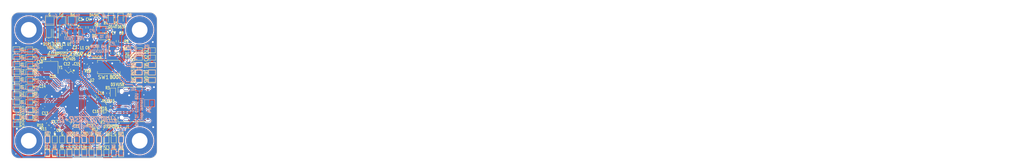
<source format=kicad_pcb>
(kicad_pcb (version 20221018) (generator pcbnew)
  (layers (0 "F.Cu" signal) (31 "B.Cu" signal) (34 "B.Paste" user) (35 "F.Paste" user) (36 "B.SilkS" user "B.Silkscreen") (37 "F.SilkS" user "F.Silkscreen") (38 "B.Mask" user) (39 "F.Mask" user) (44 "Edge.Cuts" user))
  (net 0 "")
  (net 1 "+BATT")
  (net 2 "GND")
  (net 3 "Net-(U1-SW)")
  (net 4 "Net-(U1-BST)")
  (net 5 "VCC")
  (net 6 "/4Vtp")
  (net 7 "Net-(U3-SW)")
  (net 8 "Net-(U3-BST)")
  (net 9 "Net-(JP3-A)")
  (net 10 "/GPIO PC0")
  (net 11 "/GPIO PC1")
  (net 12 "/HSE_IN")
  (net 13 "/HSE_OUT")
  (net 14 "+4V")
  (net 15 "+5V")
  (net 16 "VBUS")
  (net 17 "Net-(D3-K)")
  (net 18 "Net-(D4-K)")
  (net 19 "VDD")
  (net 20 "Net-(D5-K)")
  (net 21 "Net-(D6-K)")
  (net 22 "Net-(J1-CC1)")
  (net 23 "Net-(J1-D+-PadA6)")
  (net 24 "Net-(J1-D--PadA7)")
  (net 25 "+3V3")
  (net 26 "/I2C1_SCL")
  (net 27 "/I2C1_SDA")
  (net 28 "/I2C2_SCL")
  (net 29 "/I2C2_SDA")
  (net 30 "/I2C3_SCL")
  (net 31 "/I2C3_SDA")
  (net 32 "/USB_OTG_FS_DM")
  (net 33 "/USB_OTG_FS_DP")
  (net 34 "/UART4_TX")
  (net 35 "/UART4_RX")
  (net 36 "/UART5_TX")
  (net 37 "/UART5_RX")
  (net 38 "/USART6_TX")
  (net 39 "/USART6_RX")
  (net 40 "/USART1_TX")
  (net 41 "/USART1_RX")
  (net 42 "/USART2_TX")
  (net 43 "/USART2_RX")
  (net 44 "/USART3_TX")
  (net 45 "/USART3_RX")
  (net 46 "/SYS_JTMS_SWDIO")
  (net 47 "/SYS_JTMS_SWCLK")
  (net 48 "/CAN2_RX")
  (net 49 "/CAN2_TX")
  (net 50 "/SPI1_SCK")
  (net 51 "/SPI1_MISO")
  (net 52 "/SPI1_MOSI")
  (net 53 "/SPI1_CS1")
  (net 54 "/SPI1_CS2")
  (net 55 "/SPI2_SCK")
  (net 56 "/SPI2_MISO")
  (net 57 "/SPI2_MOSI")
  (net 58 "/SPI2_CS1")
  (net 59 "/SPI2_CS2")
  (net 60 "/GPIO PC2")
  (net 61 "/GPIO PC3")
  (net 62 "/GPIO PC13")
  (net 63 "/GPIO PC14")
  (net 64 "/GPIO PC15")
  (net 65 "/GPIO PB0")
  (net 66 "/GPIO PB1")
  (net 67 "/GPIO PB2")
  (net 68 "/GPIO PB3")
  (net 69 "/GPIO PB4")
  (net 70 "Net-(J1-SHIELD)")
  (net 71 "Net-(J1-CC2)")
  (net 72 "Net-(D1-K)")
  (net 73 "Net-(D2-K)")
  (net 74 "/GPIO PC4")
  (net 75 "Net-(JP5-B)")
  (net 76 "Net-(JP6-B)")
  (net 77 "Net-(D7-A)")
  (net 79 "Net-(U2-VCAP_2)")
  (net 80 "Net-(U2-VCAP_1)")
  (net 81 "Net-(U2-PB7)")
  (net 82 "Net-(U2-NRST)")
  (net 83 "Net-(U2-BOOT0)")
  (footprint "MountingHole:MountingHole_4.3mm_M4_DIN965_Pad" (layer "F.Cu") (at 136.9 111.2)
    (fp_text reference "H4" hide)
    (fp_text value "MountingHole" hide)
  )
  (footprint "Resistor_SMD:R_0402_1005Metric" (layer "F.Cu") (at 160.425 104.25 90)
    (fp_text reference "R17")
    (fp_text value "5k1")
  )
  (footprint "Capacitor_SMD:C_0402_1005Metric" (layer "F.Cu") (at 141.7 94.3 -135)
    (fp_text reference "C20")
    (fp_text value "100n")
  )
  (footprint "ProjectLibrary:TestPoint_Pad_1.0x1.5mm" (layer "F.Cu") (at 152.165 110.85)
    (fp_text reference "TP17")
    (fp_text value "SPI2_MOSI")
  )
  (footprint "ProjectLibrary:TestPoint_Pad_1.0x1.5mm" (layer "F.Cu") (at 133.5 92.245 90)
    (fp_text reference "TP27")
    (fp_text value "UART4_TX")
  )
  (footprint "Package_TO_SOT_SMD:TSOT-23-6" (layer "F.Cu") (at 157.44 85.6 -90)
    (fp_text reference "U3")
    (fp_text value "AP63203WU")
  )
  (footprint "Capacitor_SMD:C_0402_1005Metric" (layer "F.Cu") (at 149.55 84.53)
    (fp_text reference "C2")
    (fp_text value "100n")
  )
  (footprint "ProjectLibrary:TestPoint_Pad_1.0x1.5mm" (layer "F.Cu") (at 137.06 96.38333 90)
    (fp_text reference "TP79")
    (fp_text value "G")
  )
  (footprint "ProjectLibrary:TestPoint_Pad_1.0x1.5mm" (layer "F.Cu") (at 162.3 114.63)
    (fp_text reference "TP21")
    (fp_text value "USART1_TX")
  )
  (footprint "ProjectLibrary:TestPoint_Pad_1.0x1.5mm" (layer "F.Cu") (at 146.084 110.85)
    (fp_text reference "TP75")
    (fp_text value "G")
  )
  (footprint "ProjectLibrary:TestPoint_Pad_1.0x1.5mm" (layer "F.Cu") (at 137.06 102.583328 -90)
    (fp_text reference "TP13")
    (fp_text value "SPI1 CS1")
  )
  (footprint "ProjectLibrary:TestPoint_Pad_1.0x1.5mm" (layer "F.Cu") (at 150.138 114.63)
    (fp_text reference "TP15")
    (fp_text value "SPI2_SCK")
  )
  (footprint "Capacitor_SMD:C_0603_1608Metric" (layer "F.Cu") (at 146.73 108.02 -45)
    (fp_text reference "C9")
    (fp_text value "10u")
  )
  (footprint "Button_Switch_SMD:SW_SPST_EVQPE1" (layer "F.Cu") (at 158.9 90.925)
    (fp_text reference "SW1")
    (fp_text value "SW_Push")
  )
  (footprint "ProjectLibrary:TestPoint_Pad_1.0x1.5mm" (layer "F.Cu") (at 137.05 86.1 90)
    (fp_text reference "TP76")
    (fp_text value "G")
  )
  (footprint "ProjectLibrary:TestPoint_Pad_1.0x1.5mm" (layer "F.Cu") (at 167.2 92.395 90)
    (fp_text reference "TP26")
    (fp_text value "USART3_RX")
  )
  (footprint "ProjectLibrary:TestPoint_Pad_1.0x1.5mm" (layer "F.Cu") (at 170.775 86.325 90)
    (fp_text reference "TP33")
    (fp_text value "I2C1_SCL")
  )
  (footprint "LED_SMD:LED_0603_1608Metric" (layer "F.Cu") (at 156.77 77.57 -90)
    (fp_text reference "D4")
    (fp_text value "GREEN V5")
  )
  (footprint "ProjectLibrary:TestPoint_Pad_1.0x1.5mm" (layer "F.Cu") (at 148.111 110.85)
    (fp_text reference "TP19")
    (fp_text value "SPI2_CS1")
  )
  (footprint "ProjectLibrary:TestPoint_Pad_1.0x1.5mm" (layer "F.Cu") (at 170.8 92.39625 90)
    (fp_text reference "TP25")
    (fp_text value "USART3_TX")
  )
  (footprint "ProjectLibrary:TestPoint_Pad_1.0x1.5mm" (layer "F.Cu") (at 167.2 88.365 90)
    (fp_text reference "TP42")
    (fp_text value "CAN2_TX")
  )
  (footprint "Capacitor_SMD:C_0805_2012Metric" (layer "F.Cu") (at 153.96 80.04 90)
    (fp_text reference "C4")
    (fp_text value "22u")
  )
  (footprint "ProjectLibrary:TestPoint_Pad_1.0x1.5mm" (layer "F.Cu") (at 144.057 114.63)
    (fp_text reference "TP101")
    (fp_text value "4V")
  )
  (footprint "Resistor_SMD:R_0402_1005Metric" (layer "F.Cu") (at 159.375 101.175)
    (fp_text reference "R15")
    (fp_text value "22")
  )
  (footprint "ProjectLibrary:TestPoint_Pad_1.0x1.5mm" (layer "F.Cu") (at 156.219 114.63)
    (fp_text reference "TP31")
    (fp_text value "USART6_TX")
  )
  (footprint "Inductor_SMD:L_0603_1608Metric" (layer "F.Cu") (at 151.6 83.54 90)
    (fp_text reference "L1")
    (fp_text value "4.7uH")
  )
  (footprint "Package_QFP:LQFP-64_10x10mm_P0.5mm" (layer "F.Cu") (at 148.510928 99.194734 -45)
    (fp_text reference "U2")
    (fp_text value "STM32F405RGTx")
  )
  (footprint "Capacitor_SMD:C_0402_1005Metric" (layer "F.Cu") (at 144.95 106.94 -135)
    (fp_text reference "C17")
    (fp_text value "2u2")
  )
  (footprint "Capacitor_SMD:C_0402_1005Metric" (layer "F.Cu") (at 142.225 95.2 45)
    (fp_text reference "C14")
    (fp_text value "100n")
  )
  (footprint "ProjectLibrary:TestPoint_Pad_1.0x1.5mm" (layer "F.Cu") (at 133.5 96.375 90)
    (fp_text reference "TP98")
    (fp_text value "4V")
  )
  (footprint "LED_SMD:LED_0603_1608Metric" (layer "F.Cu") (at 142.4 81.3 90)
    (fp_text reference "D1")
    (fp_text value "RED V5 Internal")
  )
  (footprint "ProjectLibrary:TestPoint_Pad_1.0x1.5mm" (layer "F.Cu") (at 158.246 110.85)
    (fp_text reference "TP38")
    (fp_text value "I2C3_SDA")
  )
  (footprint "ProjectLibrary:TestPoint_Pad_1.0x1.5mm" (layer "F.Cu") (at 144.057 110.85)
    (fp_text reference "TP71")
    (fp_text value "G")
  )
  (footprint "TestPoint:TestPoint_Pad_2.0x2.0mm" (layer "F.Cu") (at 148.925 78.25)
    (fp_text reference "TP1")
    (fp_text value "Bat")
  )
  (footprint "ProjectLibrary:4111spyglassrnd15" (layer "F.Cu") (at 148.243207 88.759425)
    (fp_text reference "G***" hide)
    (fp_text value "LOGO" hide)
  )
  (footprint "ProjectLibrary:TestPoint_Pad_1.0x1.5mm" (layer "F.Cu") (at 133.5 98.44 -90)
    (fp_text reference "TP23")
    (fp_text value "USART2_TX")
  )
  (footprint "Resistor_SMD:R_0402_1005Metric" (layer "F.Cu") (at 159.375 102.175)
    (fp_text reference "R14")
    (fp_text value "22")
  )
  (footprint "ProjectLibrary:TestPoint_Pad_1.0x1.5mm" (layer "F.Cu") (at 133.5 106.7 -90)
    (fp_text reference "TP14")
    (fp_text value "SPI1 CS2")
  )
  (footprint "ProjectLibrary:TestPoint_Pad_1.0x1.5mm" (layer "F.Cu") (at 167.2 86.35 90)
    (fp_text reference "TP34")
    (fp_text value "I2C1_SDA")
  )
  (footprint "ProjectLibrary:TestPoint_Pad_1.0x1.5mm" (layer "F.Cu") (at 137.06 90.183332 90)
    (fp_text reference "TP77")
    (fp_text value "G")
  )
  (footprint "Capacitor_SMD:C_0805_2012Metric" (layer "F.Cu") (at 162.31 83.84 90)
    (fp_text reference "C8")
    (fp_text value "22u")
  )
  (footprint "Resistor_SMD:R_0402_1005Metric" (layer "F.Cu") (at 142.4 83.35)
    (fp_text reference "R1")
    (fp_text value "1k5")
  )
  (footprint "Connector_USB:USB_C_Receptacle_Amphenol_12401610E4-2A" (layer "F.Cu") (at 166.81 101.22 90)
    (fp_text reference "J1")
    (fp_text value "USB_C_Receptacle_USB2.0_14P")
  )
  (footprint "ProjectLibrary:TestPoint_Pad_1.0x1.5mm" (layer "F.Cu") (at 133.5 94.31 90)
    (fp_text reference "TP94")
    (fp_text value "4V")
  )
  (footprint "Resistor_SMD:R_0402_1005Metric" (layer "F.Cu") (at 159.425 104.25 90)
    (fp_text reference "R16")
    (fp_text value "5k1")
  )
  (footprint "Resistor_SMD:R_0402_1005Metric" (layer "F.Cu") (at 155.3 106.5 135)
    (fp_text reference "R13")
    (fp_text value "4k7")
  )
  (footprint "ProjectLibrary:TestPoint_Pad_1.0x1.5mm" (layer "F.Cu") (at 154.192 114.63)
    (fp_text reference "TP95")
    (fp_text value "4V")
  )
  (footprint "Capacitor_SMD:C_0805_2012Metric" (layer "F.Cu") (at 151.87 80.05 90)
    (fp_text reference "C3")
    (fp_text value "22u")
  )
  (footprint "Capacitor_SMD:C_0805_2012Metric" (layer "F.Cu") (at 160.2 83.82 90)
    (fp_text reference "C7")
    (fp_text value "22u")
  )
  (footprint "Resistor_SMD:R_0402_1005Metric" (layer "F.Cu") (at 158.69 98.14 -90)
    (fp_text reference "R3")
    (fp_text value "1k5")
  )
  (footprint "Resistor_SMD:R_0402_1005Metric" (layer "F.Cu") (at 158.125 77.325 -90)
    (fp_text reference "R4")
    (fp_text value "1k5")
  )
  (footprint "ProjectLibrary:TestPoint_Pad_1.0x1.5mm" (layer "F.Cu") (at 170.8 90.3725 90)
    (fp_text reference "TP29")
    (fp_text value "UART5_TX")
  )
  (footprint "ProjectLibrary:TestPoint_Pad_1.0x1.5mm" (layer "F.Cu") (at 160.273 114.63)
    (fp_text reference "TP96")
    (fp_text value "4V")
  )
  (footprint "Resistor_SMD:R_0402_1005Metric" (layer "F.Cu") (at 164.35 84.775 180)
    (fp_text reference "R9")
    (fp_text value "4k7")
  )
  (footprint "ProjectLibrary:TestPoint_Pad_1.0x1.5mm" (layer "F.Cu") (at 150.138 110.85)
    (fp_text reference "TP80")
    (fp_text value "G")
  )
  (footprint "ProjectLibrary:TestPoint_Pad_1.0x1.5mm" (layer "F.Cu") (at 137.06 88.116666 90)
    (fp_text reference "TP74")
    (fp_text value "G")
  )
  (footprint "MountingHole:MountingHole_4.3mm_M4_DIN965_Pad" (layer "F.Cu") (at 136.9 80.7)
    (fp_text reference "H1" hide)
    (fp_text value "MountingHole" hide)
  )
  (footprint "MountingHole:MountingHole_4.3mm_M4_DIN965_Pad" (layer "F.Cu") (at 167.4 111.2)
    (fp_text reference "H3" hide)
    (fp_text value "MountingHole" hide)
  )
  (footprint "ProjectLibrary:TestPoint_Pad_1.0x1.5mm" (layer "F.Cu") (at 160.273 110.85)
    (fp_text reference "TP81")
    (fp_text value "G")
  )
  (footprint "ProjectLibrary:TestPoint_Pad_1.0x1.5mm" (layer "F.Cu") (at 137.06 100.516662 -90)
    (fp_text reference "TP70")
    (fp_text value "G")
  )
  (footprint "Capacitor_SMD:C_0402_1005Metric" (layer "F.Cu") (at 156.35 99.57 45)
    (fp_text reference "C10")
    (fp_text value "100n")
  )
  (footprint "Resistor_SMD:R_0402_1005Metric" (layer "F.Cu") (at 142.82 107.29 -135)
    (fp_text reference "R11")
    (fp_text value "4k7")
  )
  (footprint "TestPoint:TestPoint_Pad_2.0x2.0mm" (layer "F.Cu") (at 145.8 78.25)
    (fp_text reference "TP2")
    (fp_text value "Ext")
  )
  (footprint "ProjectLibrary:TestPoint_Pad_1.0x1.5mm" (layer "F.Cu") (at 170.8 94.42 90)
    (fp_text reference "TP39")
    (fp_text value "SYS_JTMS_SWDIO")
  )
  (footprint "Resistor_SMD:R_0402_1005Metric" (layer "F.Cu") (at 163.54 77.04 -90)
    (fp_text reference "R6")
    (fp_text value "560")
  )
  (footprint "ProjectLibrary:TestPoint_Pad_1.0x1.5mm" (layer "F.Cu") (at 133.5 102.57 -90)
    (fp_text reference "TP10")
    (fp_text value "SPI1_SCK")
  )
  (footprint "ProjectLibrary:TestPoint_Pad_1.0x1.5mm" (layer "F.Cu") (at 146.084 114.63)
    (fp_text reference "TP90")
    (fp_text value "4V")
  )
  (footprint "ProjectLibrary:TestPoint_Pad_1.0x1.5mm" (layer "F.Cu") (at 167.2 94.41 90)
    (fp_text reference "TP40")
    (fp_text value "SYS_JTMS_SWCLK")
  )
  (footprint "ProjectLibrary:TestPoint_Pad_1.0x1.5mm" (layer "F.Cu") (at 137.06 94.316664 -90)
    (fp_text reference "TP78")
    (fp_text value "G")
  )
  (footprint "LED_SMD:LED_0603_1608Metric" (layer "F.Cu") (at 162.13 77.57 -90)
    (fp_text reference "D6")
    (fp_text value "GREEN V3")
  )
  (footprint "Capacitor_SMD:C_0402_1005Metric" (layer "F.Cu") (at 141.05 102.07 135)
    (fp_text reference "C13")
    (fp_text value "100n")
  )
  (footprint "Resistor_SMD:R_0402_1005Metric" (layer "F.Cu") (at 157.15 108.375 -45)
    (fp_text reference "R12")
    (fp_text value "4k7")
  )
  (footprint "Capacitor_SMD:C_0402_1005Metric" (layer "F.Cu") (at 156.32 101.61 45)
    (fp_text reference "C16")
    (fp_text value "2u2")
  )
  (footprint "LED_SMD:LED_0603_1608Metric" (layer "F.Cu") (at 159.5 77.57 -90)
    (fp_text reference "D5")
    (fp_text value "GREEN V4")
  )
  (footprint "Capacitor_SMD:C_0805_2012Metric" (layer "F.Cu") (at 146.35 82.075 -90)
    (fp_text reference "C1")
    (fp_text value "10u")
  )
  (footprint "LED_SMD:LED_0603_1608Metric" (layer "F.Cu") (at 160.04 98.2 -90)
    (fp_text reference "D3")
    (fp_text value "RED V5 USB")
  )
  (footprint "LED_SMD:LED_0603_1608Metric" (layer "F.Cu") (at 144.325 81.3 90)
    (fp_text reference "D2")
    (fp_text value "RED V5 External")
  )
  (footprint "ProjectLibrary:TestPoint_Pad_1.0x1.5mm" (layer "F.Cu") (at 142.03 114.63)
    (fp_text reference "TP35")
    (fp_text value "I2C2_SCL")
  )
  (footprint "ProjectLibrary:TestPoint_Pad_1.0x1.5mm" (layer "F.Cu") (at 142.03 110.85)
    (fp_text reference "TP36")
    (fp_text value "I2C2_SDA")
  )
  (footprint "Capacitor_SMD:C_0402_1005Metric" (layer "F.Cu") (at 151.21 90.95 45)
    (fp_text reference "C15")
    (fp_text value "100n")
  )
  (footprint "ProjectLibrary:TestPoint_Pad_1.0x1.5mm" (layer "F.Cu") (at 167.2 90.38 90)
    (fp_text reference "TP30")
    (fp_text value "UART5_RX")
  )
  (footprint "ProjectLibrary:TestPoint_Pad_1.0x1.5mm" (layer "F.Cu") (at 133.5 100.505 90)
    (fp_text reference "TP92")
    (fp_text value "4V")
  )
  (footprint "TestPoint:TestPoint_Pad_2.0x2.0mm" (layer "F.Cu") (at 142.68 78.25)
    (fp_text reference "TP3")
    (fp_text value "G")
  )
  (footprint "ProjectLibrary:TestPoint_Pad_1.0x1.5mm" (layer "F.Cu") (at 158.246 114.63)
    (fp_text reference "TP37")
    (fp_text value "I2C3_SCL")
  )
  (footprint "Resistor_SMD:R_0402_1005Metric" (layer "F.Cu") (at 157.375 104.675 90)
    (fp_text reference "R7")
    (fp_text value "1k5")
  )
  (footprint "Diode_SMD:D_SOD-323" (layer "F.Cu") (at 157.1 82.6 180)
    (fp_text reference "D9")
    (fp_text value "BAT60A")
  )
  (footprint "Capacitor_SMD:C_0805_2012Metric" (layer "F.Cu") (at 154.675 85.25 -90)
    (fp_text reference "C5")
    (fp_text value "10u")
  )
  (footprint "Resistor_SMD:R_0402_1005Metric" (layer "F.Cu") (at 144.325 83.35 180)
    (fp_text reference "R2")
    (fp_text value "1k5")
  )
  (footprint "Capacitor_SMD:C_0402_1005Metric" (layer "F.Cu") (at 157.93 88.19)
    (fp_text reference "C6")
    (fp_text value "100n")
  )
  (footprint "Crystal:Crystal_SMD_3225-4Pin_3.2x2.5mm" (layer "F.Cu") (at 142.95 91.05 180)
    (fp_text reference "Y1")
    (fp_text value "8MHz")
  )
  (footprint "ProjectLibrary:TestPoint_Pad_1.0x1.5mm" (layer "F.Cu") (at 137.05 104.65 -90)
    (fp_text reference "TP11")
    (fp_text value "SPI1_MISO")
  )
  (footprint "LED_SMD:LED_0603_1608Metric" (layer "F.Cu") (at 159.4 106.025 180)
    (fp_text reference "D7")
    (fp_text value "YELLOW GPIO")
  )
  (footprint "ProjectLibrary:TestPoint_Pad_1.0x1.5mm" (layer "F.Cu") (at 154.192 110.85)
    (fp_text reference "TP82")
    (fp_text value "G")
  )
  (footprint "ProjectLibrary:TestPoint_Pad_1.0x1.5mm" (layer "F.Cu") (at 148.111 114.63)
    (fp_text reference "TP20")
    (fp_text value "SPI2_CS2")
  )
  (footprint "ProjectLibrary:TestPoint_Pad_1.0x1.5mm" (layer "F.Cu") (at 156.219 110.85)
    (fp_text reference "TP32")
    (fp_text value "USART6_RX")
  )
  (footprint "ProjectLibrary:TestPoint_Pad_1.0x1.5mm" (layer "F.Cu") (at 162.3 110.85)
    (fp_text reference "TP22")
    (fp_text value "USART1_RX")
  )
  (footprint "Resistor_SMD:R_0402_1005Metric" (layer "F.Cu") (at 142.07 106.57 -135)
    (fp_text reference "R10")
    (fp_text value "4k7")
  )
  (footprint "ProjectLibrary:TestPoint_Pad_1.0x1.5mm" (layer "F.Cu") (at 133.5 90.18 90)
    (fp_text reference "TP83")
    (fp_text value "4V")
  )
  (footprint "Capacitor_SMD:C_0402_1005Metric" (layer "F.Cu") (at 140.2 91.105 90)
    (fp_text reference "C19")
    (fp_text value "16p")
  )
  (footprint "ProjectLibrary:TestPoint_Pad_1.0x1.5mm" (layer "F.Cu") (at 137.06 98.449996 -90)
    (fp_text reference "TP24")
    (fp_text value "USART2_RX")
  )
  (footprint "ProjectLibrary:TestPoint_Pad_1.0x1.5mm" (layer "F.Cu") (at 170.8 88.34875 90)
    (fp_text reference "TP41")
    (fp_text value "CAN2_RX")
  )
  (footprint "Resistor_SMD:R_0402_1005Metric" (layer "F.Cu") (at 164.825 85.775)
    (fp_text reference "R8")
    (fp_text value "4k7")
  )
  (footprint "Capacitor_SMD:C_0402_1005Metric" (layer "F.Cu") (at 148.07 106.91 -45)
    (fp_text reference "C11")
    (fp_text value "100n")
  )
  (footprint "ProjectLibrary:TestPoint_Pad_1.0x1.5mm" (layer "F.Cu") (at 137.06 92.249998 -90)
    (fp_text reference "TP28")
    (fp_text value "UART4_RX")
  )
  (footprint "Resistor_SMD:R_0402_1005Metric" (layer "F.Cu") (at 160.825 77.325 -90)
    (fp_text reference "R5")
    (fp_text value "1k5")
  )
  (footprint "Resistor_SMD:R_0402_1005Metric" (layer "F.Cu") (at 153.25 90.425 45)
    (fp_text reference "R18")
    (fp_text value "10k")
  )
  (footprint "MountingHole:MountingHole_4.3mm_M4_DIN965_Pad" (layer "F.Cu") (at 167.4 80.7)
    (fp_text reference "H2" hide)
    (fp_text value "MountingHole" hide)
  )
  (footprint "Inductor_SMD:L_0603_1608Metric" (layer "F.Cu") (at 159.93 87.13 90)
    (fp_text reference "L2")
    (fp_text value "4.7uH")
  )
  (footprint "Package_TO_SOT_SMD:TSOT-23-6" (layer "F.Cu") (at 149.075 81.9625 -90)
    (fp_text reference "U1")
    (fp_text value "AP63205WU")
  )
  (footprint "ProjectLibrary:TestPoint_Pad_1.0x1.5mm" (layer "F.Cu") (at 152.165 114.63)
    (fp_text reference "TP16")
    (fp_text value "SPI2_MISO")
  )
  (footprint "Capacitor_SMD:C_0402_1005Metric" (layer "F.Cu") (at 148.11 91.32 45)
    (fp_text reference "C12")
    (fp_text value "100n")
  )
  (footprint "Capacitor_SMD:C_0402_1005Metric" (layer "F.Cu") (at 142.925 88.725 180)
    (fp_text reference "C18")
    (fp_text value "16p")
  )
  (footprint "Diode_SMD:D_SOD-323" (layer "F.Cu") (at 157.1 80.65 180)
    (fp_text reference "D8")
    (fp_text value "BAT60A")
  )
  (footprint "ProjectLibrary:TestPoint_Pad_1.0x1.5mm" (layer "F.Cu") (at 133.525 86.05 90)
    (fp_text reference "TP97")
    (fp_text value "4V")
  )
  (footprint "ProjectLibrary:TestPoint_Pad_1.0x1.5mm" (layer "F.Cu") (at 133.5 104.635 90)
    (fp_text reference "TP12")
    (fp_text value "SPI1 MOSI")
  )
  (footprint "ProjectLibrary:TestPoint_Pad_1.0x1.5mm" (layer "F.Cu") (at 133.5 88.115 90)
    (fp_text reference "TP99")
    (fp_text value "4V")
  )
  (footprint "TestPoint:TestPoint_Pad_2.0x2.0mm" (layer "B.Cu") (at 142.715 77.9 180)
    (fp_text reference "TP7")
    (fp_text value "GND")
  )
  (footprint "ProjectLibrary:TestPoint_Pad_1.0x1.5mm" (layer "B.Cu") (at 167.18 90.2925 90)
    (fp_text reference "TP85")
    (fp_text value "3V3")
  )
  (footprint "ProjectLibrary:TestPoint_Pad_1.0x1.5mm" (layer "B.Cu") (at 148.066 114.31)
    (fp_text reference "TP18")
    (fp_text value "G")
  )
  (footprint "ProjectLibrary:TestPoint_Pad_1.0x1.5mm" (layer "B.Cu") (at 167.175 94.625 -90)
    (fp_text reference "TP102")
    (fp_text value "4V")
  )
  (footprint "ProjectLibrary:TestPoint_Pad_1.0x1.5mm" (layer "B.Cu") (at 133.925 100.805554 -90)
    (fp_text reference "TP8" hide)
    (fp_text value "G")
  )
  (footprint "ProjectLibrary:TestPoint_Pad_1.0x1.5mm" (layer "B.Cu") (at 162.262 114.31)
    (fp_text reference "TP114")
    (fp_text value "5V")
  )
  (footprint "ProjectLibrary:TestPoint_Pad_1.0x1.5mm" (layer "B.Cu") (at 133.925 102.827776 90)
    (fp_text reference "TP119")
    (fp_text value "5V")
  )
  (footprint "ProjectLibrary:TestPoint_Pad_1.0x1.5mm" (layer "B.Cu") (at 137.55 98.792856 -90)
    (fp_text reference "TP54")
    (fp_text value "GPIO PC4")
  )
  (footprint "ProjectLibrary:TestPoint_Pad_1.0x1.5mm" (layer "B.Cu") (at 137.55 100.81857 -90)
    (fp_text reference "TP55")
    (fp_text value "GPIO PC13")
  )
  (footprint "ProjectLibrary:TestPoint_Pad_1.0x1.5mm" (layer "B.Cu") (at 137.55 94.741428 -90)
    (fp_text reference "TP52")
    (fp_text value "GPIO PC2")
  )
  (footprint "ProjectLibrary:TestPoint_Pad_1.0x1.5mm" (layer "B.Cu") (at 137.55 102.844284 -90)
    (fp_text reference "TP56")
    (fp_text value "GPIO PC14")
  )
  (footprint "ProjectLibrary:TestPoint_Pad_1.0x1.5mm" (layer "B.Cu") (at 152.122 114.31 180)
    (fp_text reference "TP44")
    (fp_text value "G")
  )
  (footprint "ProjectLibrary:TestPoint_Pad_1.0x1.5mm" (layer "B.Cu") (at 133.925 88.672222 -90)
    (fp_text reference "TP111")
    (fp_text value "5V")
  )
  (footprint "ProjectLibrary:TestPoint_Pad_1.0x1.5mm" (layer "B.Cu") (at 141.982 114.31)
    (fp_text reference "TP116")
    (fp_text value "5V")
  )
  (footprint "Jumper:SolderJumper-2_P1.3mm_Bridged_Pad1.0x1.5mm" (layer "B.Cu") (at 169.35 87.25 90)
    (fp_text reference "JP6")
    (fp_text value "Jumper I2C1-CAN1")
  )
  (footprint "ProjectLibrary:TestPoint_Pad_1.0x1.5mm" (layer "B.Cu") (at 170.78 90.3025 -90)
    (fp_text reference "TP58")
    (fp_text value "G")
  )
  (footprint "ProjectLibrary:TestPoint_Pad_1.0x1.5mm" (layer "B.Cu") (at 133.925 104.849998 90)
    (fp_text reference "TP117")
    (fp_text value "5V")
  )
  (footprint "ProjectLibrary:TestPoint_Pad_1.0x1.5mm" (layer "B.Cu") (at 154.192 110.85 180)
    (fp_text reference "TP63")
    (fp_text value "GPIO PB3")
  )
  (footprint "ProjectLibrary:TestPoint_Pad_1.0x1.5mm" (layer "B.Cu") (at 133.925 98.783332 -90)
    (fp_text reference "TP45")
    (fp_text value "G")
  )
  (footprint "ProjectLibrary:TestPoint_Pad_1.0x1.5mm" (layer "B.Cu") (at 160.234 114.31)
    (fp_text reference "TP121")
    (fp_text value "5V")
  )
  (footprint "ProjectLibrary:TestPoint_Pad_1.0x1.5mm" (layer "B.Cu") (at 137.55 92.715714 -90)
    (fp_text reference "TP51")
    (fp_text value "GPIO PC1")
  )
  (footprint "ProjectLibrary:TestPoint_Pad_1.0x1.5mm" (layer "B.Cu") (at 137.55 104.869998 -90)
    (fp_text reference "TP57")
    (fp_text value "GPIO PC15")
  )
  (footprint "ProjectLibrary:TestPoint_Pad_1.0x1.5mm" (layer "B.Cu") (at 137.55 96.767142 -90)
    (fp_text reference "TP53")
    (fp_text value "GPIO PC3")
  )
  (footprint "TestPoint:TestPoint_Pad_2.0x2.0mm" (layer "B.Cu") (at 148.525 77.9 180)
    (fp_text reference "TP4")
    (fp_text value "5V")
  )
  (footprint "ProjectLibrary:TestPoint_Pad_1.0x1.5mm" (layer "B.Cu") (at 148.111 110.85 180)
    (fp_text reference "TP60")
    (fp_text value "GPIO PB0")
  )
  (footprint "ProjectLibrary:TestPoint_Pad_1.0x1.5mm" (layer "B.Cu") (at 156.219 110.85 180)
    (fp_text reference "TP64")
    (fp_text value "GPIO PB4")
  )
  (footprint "ProjectLibrary:TestPoint_Pad_1.0x1.5mm" (layer "B.Cu") (at 162.3 110.85)
    (fp_text reference "TP115")
    (fp_text value "5V")
  )
  (footprint "ProjectLibrary:TestPoint_Pad_1.0x1.5mm" (layer "B.Cu") (at 152.165 110.85 180)
    (fp_text reference "TP62")
    (fp_text value "GPIO PB2")
  )
  (footprint "Jumper:SolderJumper-2_P1.3mm_Bridged_Pad1.0x1.5mm" (layer "B.Cu") (at 159.92 86.51 -90)
    (fp_text reference "JP3")
    (fp_text value "Jumper 3V")
  )
  (footprint "Jumper:SolderJumper-2_P1.3mm_Bridged_Pad1.0x1.5mm" (layer "B.Cu") (at 156.775 80.775 180)
    (fp_text reference "JP2")
    (fp_text value "Jumper 4V")
  )
  (footprint "ProjectLibrary:TestPoint_Pad_1.0x1.5mm" (layer "B.Cu") (at 133.925 90.694444 -90)
    (fp_text reference "TP47")
    (fp_text value "G")
  )
  (footprint "ProjectLibrary:TestPoint_Pad_1.0x1.5mm" (layer "B.Cu") (at 137.55 88.675 90)
    (fp_text reference "TP118")
    (fp_text value "5V")
  )
  (footprint "ProjectLibrary:TestPoint_Pad_1.0x1.5mm" (layer "B.Cu") (at 156.178 114.31 180)
    (fp_text reference "TP48")
    (fp_text value "G")
  )
  (footprint "ProjectLibrary:TestPoint_Pad_1.0x1.5mm" (layer "B.Cu") (at 137.55 90.69 -90)
    (fp_text reference "TP50")
    (fp_text value "GPIO PC0")
  )
  (footprint "ProjectLibrary:TestPoint_Pad_1.0x1.5mm" (layer "B.Cu") (at 133.925 92.716666 -90)
    (fp_text reference "TP65")
    (fp_text value "G")
  )
  (footprint "ProjectLibrary:TestPoint_Pad_1.0x1.5mm" (layer "B.Cu") (at 144.01 114.31)
    (fp_text reference "TP112")
    (fp_text value "5V")
  )
  (footprint "ProjectLibrary:TestPoint_Pad_1.0x1.5mm" (layer "B.Cu") (at 170.775 94.625 -90)
    (fp_text reference "TP73")
    (fp_text value "G")
  )
  (footprint "ProjectLibrary:TestPoint_Pad_1.0x1.5mm" (layer "B.Cu") (at 150.138 110.85 180)
    (fp_text reference "TP61" hide)
    (fp_text value "GPIO PB1")
  )
  (footprint "ProjectLibrary:TestPoint_Pad_1.0x1.5mm" (layer "B.Cu") (at 133.925 86.65 -90)
    (fp_text reference "TP113")
    (fp_text value "5V")
  )
  (footprint "ProjectLibrary:TestPoint_Pad_1.0x1.5mm" (layer "B.Cu") (at 150.094 114.31 180)
    (fp_text reference "TP43")
    (fp_text value "G")
  )
  (footprint "ProjectLibrary:TestPoint_Pad_1.0x1.5mm" (layer "B.Cu") (at 167.18 92.46 -90)
    (fp_text reference "TP66")
    (fp_text value "3V3")
  )
  (footprint "ProjectLibrary:TestPoint_Pad_1.0x1.5mm" (layer "B.Cu") (at 167.175 96.8 -90)
    (fp_text reference "TP103")
    (fp_text value "4V")
  )
  (footprint "Jumper:SolderJumper-2_P1.3mm_Bridged_Pad1.0x1.5mm" (layer "B.Cu") (at 163.95 87.475 90)
    (fp_text reference "JP5")
    (fp_text value "Jumper I2C1-CAN1")
  )
  (footprint "ProjectLibrary:TestPoint_Pad_1.0x1.5mm" (layer "B.Cu") (at 170.78 92.48 -90)
    (fp_text reference "TP9")
    (fp_text value "G")
  )
  (footprint "TestPoint:TestPoint_Pad_2.0x2.0mm" (layer "B.Cu") (at 159.45 77.9 180)
    (fp_text reference "TP5")
    (fp_text value "4V")
  )
  (footprint "ProjectLibrary:TestPoint_Pad_1.0x1.5mm" (layer "B.Cu") (at 142.03 110.85)
    (fp_text reference "TP120")
    (fp_text value "5V")
  )
  (footprint "ProjectLibrary:TestPoint_Pad_1.0x1.5mm" (layer "B.Cu") (at 154.15 114.31 180)
    (fp_text reference "TP49")
    (fp_text value "G")
  )
  (footprint "ProjectLibrary:4111spyglassrnd" (layer "B.Cu") (at 152.884013 107.179445 180)
    (fp_text reference "G***" hide)
    (fp_text value "LOGO" hide)
  )
  (footprint "Jumper:SolderJumper-3_P1.3mm_Open_Pad1.0x1.5mm" (layer "B.Cu") (at 149.64 81.4125)
    (fp_text reference "JP1")
    (fp_text value "5V Intern/Extern")
  )
  (footprint "ProjectLibrary:TestPoint_Pad_1.0x1.5mm" (layer "B.Cu") (at 133.925 94.738888 -90)
    (fp_text reference "TP59")
    (fp_text value "G")
  )
  (footprint "ProjectLibrary:TestPoint_Pad_1.0x1.5mm" (layer "B.Cu") (at 137.55 86.65 -90)
    (fp_text reference "TP110")
    (fp_text value "5V")
  )
  (footprint "ProjectLibrary:TestPoint_Pad_1.0x1.5mm" (layer "B.Cu") (at 133.925 96.76111 -90)
    (fp_text reference "TP46")
    (fp_text value "G")
  )
  (footprint "TestPoint:TestPoint_Pad_2.0x2.0mm" (layer "B.Cu") (at 162.5 77.9 180)
    (fp_text reference "TP6")
    (fp_text value "3V3")
  )
  (footprint "Jumper:SolderJumper-2_P1.3mm_Open_Pad1.0x1.5mm" (layer "B.Cu") (at 170.14 100.88 180)
    (fp_text reference "JP4")
    (fp_text value "USB SHLD GND")
  )
  (gr_line (start 158.5 102.75) (end 158.85 103.225) (stroke (width 0.15)) (layer "F.SilkS"))
  (gr_line (start 157.975 100.775) (end 158.325 101.25) (stroke (width 0.15)) (layer "F.SilkS"))
  (gr_circle (center 150.61 79.61) (end 150.81 79.61) (stroke (width 0.15)) (fill solid) (layer "F.SilkS"))
  (gr_circle (center 159.075 83.425) (end 159.275 83.425) (stroke (width 0.15)) (fill solid) (layer "F.SilkS"))
  (gr_line (start 164.775 87.625) (end 166.075 87.125) (stroke (width 0.15)) (layer "F.SilkS"))
  (gr_circle (center 149.275 91.875) (end 149.475 91.875) (stroke (width 0.15)) (fill solid) (layer "F.SilkS"))
  (gr_arc (start 170.15 75.95) (mid 171.564214 76.535786) (end 172.15 77.95) (stroke (width 0.1)) (layer "Edge.Cuts"))
  (gr_line (start 132.15 113.95) (end 132.15 77.95) (stroke (width 0.1)) (layer "Edge.Cuts"))
  (gr_arc (start 134.15 115.95) (mid 132.735786 115.364214) (end 132.15 113.95) (stroke (width 0.1)) (layer "Edge.Cuts"))
  (gr_line (start 170.15 115.95) (end 134.15 115.95) (stroke (width 0.1)) (layer "Edge.Cuts"))
  (gr_line (start 134.15 75.95) (end 170.15 75.95) (stroke (width 0.1)) (layer "Edge.Cuts"))
  (gr_line (start 172.15 77.95) (end 172.15 113.95) (stroke (width 0.1)) (layer "Edge.Cuts"))
  (gr_arc (start 172.15 113.95) (mid 171.564214 115.364214) (end 170.15 115.95) (stroke (width 0.1)) (layer "Edge.Cuts"))
  (gr_arc (start 132.15 77.95) (mid 132.735786 76.535786) (end 134.15 75.95) (stroke (width 0.1)) (layer "Edge.Cuts"))
  (gr_text "PB0\n" (at 148.811 109.9) (layer "B.SilkS") (effects (font (size 1 0.5) (thickness 0.125) bold) (justify left bottom mirror)))
  (gr_text "5V" (at 160.82 113.32) (layer "B.SilkS") (effects (font (size 1 0.6) (thickness 0.15) bold) (justify left bottom mirror)))
  (gr_text "G" (at 169.8 94.225 90) (layer "B.SilkS") (effects (font (size 1 0.6) (thickness 0.15) bold) (justify left bottom mirror)))
  (gr_text "G" (at 134.92 97.28 270) (layer "B.SilkS") (effects (font (size 1 0.6) (thickness 0.15) bold) (justify left bottom mirror)))
  (gr_text "G" (at 134.92 99.33 270) (layer "B.SilkS") (effects (font (size 1 0.6) (thickness 0.15) bold) (justify left bottom mirror)))
  (gr_text "G" (at 150.46 113.32) (layer "B.SilkS") (effects (font (size 1 0.6) (thickness 0.15) bold) (justify left bottom mirror)))
  (gr_text "G" (at 169.8 92.1 90) (layer "B.SilkS") (effects (font (size 1 0.6) (thickness 0.15) bold) (justify left bottom mirror)))
  (gr_text "4V" (at 158.15 77.275) (layer "B.SilkS") (effects (font (size 0.8 0.6) (thickness 0.15) bold) (justify left bottom mirror)))
  (gr_text "PCF405\n" (at 159.325 107.591) (layer "B.SilkS") (effects (font (size 1 1)) (justify left bottom mirror)))
  (gr_text "5V" (at 138.6 89.35 270) (layer "B.SilkS") (effects (font (size 1 0.6) (thickness 0.15) bold) (justify left bottom mirror)))
  (gr_text "G" (at 148.46 113.32) (layer "B.SilkS") (effects (font (size 1 0.6) (thickness 0.15) bold) (justify left bottom mirror)))
  (gr_text "5V" (at 162.93 109.85) (layer "B.SilkS") (effects (font (size 1 0.6) (thickness 0.15) bold) (justify left bottom mirror)))
  (gr_text "5V" (at 134.92 103.56 270) (layer "B.SilkS") (effects (font (size 1 0.6) (thickness 0.15) bold) (justify left bottom mirror)))
  (gr_text "4V" (at 166.175 93.975 90) (layer "B.SilkS") (effects (font (size 1 0.6) (thickness 0.15) bold) (justify left bottom mirror)))
  (gr_text "TO 5V" (at 151.025 84.525) (layer "B.SilkS") (effects (font (size 0.8 0.6) (thickness 0.15) bold) (justify left bottom mirror)))
  (gr_text "PC15" (at 138.525 105.875 270) (layer "B.SilkS") (effects (font (size 1 0.5) (thickness 0.125) bold) (justify left bottom mirror)))
  (gr_text "G" (at 134.92 95.27 270) (layer "B.SilkS") (effects (font (size 1 0.6) (thickness 0.15) bold) (justify left bottom mirror)))
  (gr_text "5V" (at 134.92 105.39 270) (layer "B.SilkS") (effects (font (size 1 0.6) (thickness 0.15) bold) (justify left bottom mirror)))
  (gr_text "VBAT" (at 152.275 83.5) (layer "B.SilkS") (effects (font (size 0.8 0.6) (thickness 0.15) bold) (justify left bottom mirror)))
  (gr_text "PB3\n" (at 154.892 109.9) (layer "B.SilkS") (effects (font (size 1 0.5) (thickness 0.125) bold) (justify left bottom mirror)))
  (gr_text "PB2\n" (at 152.865 109.9) (layer "B.SilkS") (effects (font (size 1 0.5) (thickness 0.125) bold) (justify left bottom mirror)))
  (gr_text "USB SHIELD TO GND\n(normal open)" (at 168.35 102.675 90) (layer "B.SilkS") (effects (font (size 0.8 0.6)) (justify bottom mirror)))
  (gr_text "3V3" (at 166.175 89.45 90) (layer "B.SilkS") (effects (font (size 1 0.6) (thickness 0.15) bold) (justify left bottom mirror)))
  (gr_text "PC13" (at 138.525 101.75 270) (layer "B.SilkS") (effects (font (size 1 0.5) (thickness 0.125) bold) (justify left bottom mirror)))
  (gr_text "G" (at 134.92 93.25 270) (layer "B.SilkS") (effects (font (size 1 0.6) (thickness 0.15) bold) (justify left bottom mirror)))
  (gr_text "5V" (at 142.5 113.18) (layer "B.SilkS") (effects (font (size 1 0.6) (thickness 0.15) bold) (justify left bottom mirror)))
  (gr_text "PC4" (at 138.525 99.625 270) (layer "B.SilkS") (effects (font (size 1 0.5) (thickness 0.125) bold) (justify left bottom mirror)))
  (gr_text "G" (at 134.92 91.15 270) (layer "B.SilkS") (effects (font (size 1 0.6) (thickness 0.15) bold) (justify left bottom mirror)))
  (gr_text "4V" (at 166.125 96.3 90) (layer "B.SilkS") (effects (font (size 1 0.6) (thickness 0.15) bold) (justify left bottom mirror)))
  (gr_text "5V" (at 151.075 77.275) (layer "B.SilkS") (effects (font (size 0.8 0.6) (thickness 0.15) bold) (justify left bottom mirror)))
  (gr_text "5V" (at 162.9 113.3) (layer "B.SilkS") (effects (font (size 1 0.6) (thickness 0.15) bold) (justify left bottom mirror)))
  (gr_text "5V" (at 142.57 109.71) (layer "B.SilkS") (effects (font (size 1 0.6) (thickness 0.15) bold) (justify left bottom mirror)))
  (gr_text "G" (at 156.67 113.32) (layer "B.SilkS") (effects (font (size 1 0.6) (thickness 0.15) bold) (justify left bottom mirror)))
  (gr_text "3V3 FROM\nREGULATOR" (at 156.175 87.075) (layer "B.SilkS") (effects (font (size 0.8 0.6)) (justify bottom mirror)))
  (gr_text "PC3" (at 138.525 97.525 270) (layer "B.SilkS") (effects (font (size 1 0.5) (thickness 0.125) bold) (justify left bottom mirror)))
  (gr_text "G" (at 144.75 77.275) (layer "B.SilkS") (effects (font (size 0.8 0.6) (thickness 0.15) bold) (justify left bottom mirror)))
  (gr_text "4V5 TO 3V3" (at 156.975 83.075) (layer "B.SilkS") (effects (font (size 0.8 0.6)) (justify bottom mirror)))
  (gr_text "5V" (at 134.92 89.38 270) (layer "B.SilkS") (effects (font (size 1 0.6) (thickness 0.15) bold) (justify left bottom mirror)))
  (gr_text "PULLUPS\nI2C1" (at 168.025 87.1 90) (layer "B.SilkS") (effects (font (size 0.8 0.6)) (justify bottom mirror)))
  (gr_text "5V" (at 144.63 113.22) (layer "B.SilkS") (effects (font (size 1 0.6) (thickness 0.15) bold) (justify left bottom mirror)))
  (gr_text "3V3" (at 165.5 77.275) (layer "B.SilkS") (effects (font (size 0.8 0.6) (thickness 0.15) bold) (justify left bottom mirror)))
  (gr_text "V5EXT\n" (at 149.35 83.525) (layer "B.SilkS") (effects (font (size 0.8 0.6) (thickness 0.15) bold) (justify left bottom mirror)))
  (gr_text "PB4\n" (at 156.919 109.9) (layer "B.SilkS") (effects (font (size 1 0.5) (thickness 0.125) bold) (justify left bottom mirror)))
  (gr_text "PC2" (at 138.525 95.55 270) (layer "B.SilkS") (effects (font (size 1 0.5) (thickness 0.125) bold) (justify left bottom mirror)))
  (gr_text "3V3" (at 166.175 91.575 90) (layer "B.SilkS") (effects (font (size 1 0.6) (thickness 0.15) bold) (justify left bottom mirror)))
  (gr_text "G" (at 152.5 113.34) (layer "B.SilkS") (effects (font (size 1 0.6) (thickness 0.15) bold) (justify left bottom mirror)))
  (gr_text "G" (at 154.25 113.34) (layer "B.SilkS") (effects (font (size 1 0.6) (thickness 0.15) bold) (justify left bottom mirror)))
  (gr_text "PC1" (at 138.55 93.65 270) (layer "B.SilkS") (effects (font (size 1 0.6) (thickness 0.15) bold) (justify left bottom mirror)))
  (gr_text "G" (at 169.78 90.1 90) (layer "B.SilkS") (effects (font (size 1 0.6) (thickness 0.15) bold) (justify left bottom mirror)))
  (gr_text "5V" (at 134.92 87.26 270) (layer "B.SilkS") (effects (font (size 1 0.6) (thickness 0.15) bold) (justify left bottom mirror)))
  (gr_text "PB1\n" (at 150.838 109.9) (layer "B.SilkS") (effects (font (size 1 0.5) (thickness 0.125) bold) (justify left bottom mirror)))
  (gr_text "PC0" (at 138.55 91.65 270) (layer "B.SilkS") (effects (font (size 1 0.6) (thickness 0.15) bold) (justify left bottom mirror)))
  (gr_text "5V" (at 138.6 87.25 270) (layer "B.SilkS") (effects (font (size 1 0.6) (thickness 0.15) bold) (justify left bottom mirror)))
  (gr_text "PC14" (at 138.525 103.85 270) (layer "B.SilkS") (effects (font (size 1 0.5) (thickness 0.125) bold) (justify left bottom mirror)))
  (gr_text "mgi 0324" (at 153.25 107.625) (layer "B.SilkS") (effects (font (size 0.8 0.6)) (justify left bottom mirror)))
  (gr_text "G" (at 134.92 101.275 270) (layer "B.SilkS") (effects (font (size 1 0.6) (thickness 0.15) bold) (justify left bottom mirror)))
  (gr_text "RX1" (at 161.325 109.875) (layer "F.SilkS") (effects (font (size 1 0.6) (thickness 0.15) bold) (justify left bottom)))
  (gr_text "G" (at 145.725 109.875) (layer "F.SilkS") (effects (font (size 1 0.6) (thickness 0.15) bold) (justify left bottom)))
  (gr_text "G" (at 138.05 90.175 -90) (layer "F.SilkS") (effects (font (size 1 0.6) (thickness 0.15) bold) (justify left bottom)))
  (gr_text "ISC1" (at 169.8 87.35 90) (layer "F.SilkS") (effects (font (size 1 0.5) (thickness 0.125) bold) (justify left bottom)))
  (gr_text "GPIOPB7" (at 158.375 107.85) (layer "F.SilkS") (effects (font (size 0.8 0.6)) (justify left bottom)))
  (gr_text "3V" (at 162.375 80.36875) (layer "F.SilkS") (effects (font (size 0.8 0.6)) (justify left bottom)))
  (gr_text "TX2" (at 134.475 97.5 270) (layer "F.SilkS") (effects (font (size 1 0.6) (thickness 0.15) bold) (justify left bottom)))
  (gr_text "TX6" (at 155.325 113.65) (layer "F.SilkS") (effects (font (size 1 0.6) (thickness 0.15) bold) (justify left bottom)))
  (gr_text "4V" (at 159.95 80.36875) (layer "F.SilkS") (effects (font (size 0.8 0.6)) (justify left bottom)))
  (gr_text "TX5" (at 169.825 91.4 90) (layer "F.SilkS") (effects (font (size 1 0.6) (thickness 0.15) bold) (justify left bottom)))
  (gr_text "G" (at 138.075 87.7 -90) (layer "F.SilkS") (effects (font (size 1 0.6) (thickness 0.15) bold) (justify left bottom)))
  (gr_text "S1MO" (at 134.475 103.48 270) (layer "F.SilkS") (effects (font (size 1 0.5) (thickness 0.125) bold) (justify left bottom)))
  (gr_text "4V" (at 134.475 95.725 270) (layer "F.SilkS") (effects (font (size 1 0.6) (thickness 0.15) bold) (justify left bottom)))
  (gr_text "TX1" (at 161.4 113.65) (layer "F.SilkS") (effects (font (size 1 0.6) (thickness 0.15) bold) (justify left bottom)))
  (gr_text "S1CK" (at 134.475 101.475 270) (layer "F.SilkS") (effects (font (size 1 0.5) (thickness 0.125) bold) (justify left bottom)))
  (gr_text "RX4" (at 138.05 91.375 270) (layer "F.SilkS") (effects (font (size 1 0.6) (thickness 0.15) bold) (justify left bottom)))
  (gr_text "S2CK" (at 149.075 113.675) (layer "F.SilkS") (effects (font (size 1 0.5) (thickness 0.125) bold) (justify left bottom)))
  (gr_text "G" (at 138.05 100.15 -90) (layer "F.SilkS") (effects (font (size 1 0.6) (thickness 0.15) bold) (justify left bottom)))
  (gr_text "4V" (at 134.475 99.9 270) (layer "F.SilkS") (effects (font (size 1 0.6) (thickness 0.15) bold) (justify left bottom)))
  (gr_text "4V" (at 134.475 93.6 270) (layer "F.SilkS") (effects (font (size 1 0.6) (thickness 0.15) bold) (justify left bottom)))
  (gr_text "S2MO" (at 151.1 109.875) (layer "F.SilkS") (effects (font (size 1 0.5) (thickness 0.125) bold) (justify left bottom)))
  (gr_text "SWD" (at 169.8 95.4 90) (layer "F.SilkS") (effects (font (size 1 0.6) (thickness 0.15) bold) (justify left bottom)))
  (gr_text "TX3" (at 169.825 93.425 90) (layer "F.SilkS") (effects (font (size 1 0.6) (thickness 0.15) bold) (justify left bottom)))
  (gr_text "S2MI" (at 151.175 113.675) (layer "F.SilkS") (effects (font (size 1 0.5) (thickness 0.125) bold) (justify left bottom)))
  (gr_text "VBAT\n" (at 141.85 86.1) (layer "F.SilkS") (effects (font (size 0.8 0.6)) (justify left bottom)))
  (gr_text "4V" (at 134.475 87.5 270) (layer "F.SilkS") (effects (font (size 1 0.6) (thickness 0.15) bold) (justify left bottom)))
  (gr_text "CX2" (at 169.775 89.475 90) (layer "F.SilkS") (effects (font (size 1 0.6) (thickness 0.15) bold) (justify left bottom)))
  (gr_text "TX4" (at 134.475 91.375 270) (layer "F.SilkS") (effects (font (size 1 0.6) (thickness 0.15) bold) (justify left bottom)))
  (gr_text "G" (at 160.3 109.875) (layer "F.SilkS") (effects (font (size 1 0.6) (thickness 0.15) bold) (justify left bottom)))
  (gr_text "VUSB" (at 160.725 96.2) (layer "F.SilkS") (effects (font (size 0.8 0.6)) (justify left bottom)))
  (gr_text "4V" (at 145.384 113.65) (layer "F.SilkS") (effects (font (size 1 0.6) (thickness 0.15) bold) (justify left bottom)))
  (gr_text "RX6" (at 155 109.85) (layer "F.SilkS") (effects (font (size 1 0.6) (thickness 0.15) bold) (justify left bottom)))
  (gr_text "ISD1" (at 164.6 88.55 90) (layer "F.SilkS") (effects (font (size 1 0.5) (thickness 0.125) bold) (justify left bottom)))
  (gr_text "S1S2" (at 134.475 105.575 270) (layer "F.SilkS") (effects (font (size 1 0.5) (thickness 0.125) bold) (justify left bottom)))
  (gr_text "4V" (at 134.525 85.4 270) (layer "F.SilkS") (effects (font (size 1 0.6) (thickness 0.15) bold) (justify left bottom)))
  (gr_text "4V" (at 143.357 113.65) (layer "F.SilkS") (effects (font (size 1 0.6) (thickness 0.15) bold) (justify left bottom)))
  (gr_text "G" (at 149.75 109.875) (layer "F.SilkS") (effects (font (size 1 0.6) (thickness 0.15) bold) (justify left bottom)))
  (gr_text "4V" (at 159.573 113.65) (layer "F.SilkS") (effects (font (size 1 0.6) (thickness 0.15) bold) (justify left bottom)))
  (gr_text "S1S1" (at 138.025 101.725 270) (layer "F.SilkS") (effects (font (size 1 0.5) (thickness 0.125) bold) (justify left bottom)))
  (gr_text "RX2" (at 138.05 97.525 270) (layer "F.SilkS") (effects (font (size 1 0.6) (thickness 0.15) bold) (justify left bottom)))
  (gr_text "S2S2" (at 147.075 113.675) (layer "F.SilkS") (effects (font (size 1 0.5) (thickness 0.125) bold) (justify left bottom)))
  (gr_text "SWC" (at 166.2 95.425 90) (layer "F.SilkS") (effects (font (size 1 0.6) (thickness 0.15) bold) (justify left bottom)))
  (gr_text "S2S1\n" (at 147.625 109.875) (layer "F.SilkS") (effects (font (size 1 0.5) (thickness 0.125) bold) (justify left bottom)))
  (gr_text "ISD2" (at 141.15 109.875) (layer "F.SilkS") (effects (font (size 1 0.5) (thickness 0.125) bold) (justify left bottom)))
  (gr_text "4V" (at 134.475 89.55 270) (layer "F.SilkS") (effects (font (size 1 0.6) (thickness 0.15) bold) (justify left bottom)))
  (gr_text "VEXT\n" (at 144.075 86.1) (layer "F.SilkS") (effects (font (size 0.8 0.6)) (justify left bottom)))
  (gr_text "G" (at 153.8 109.85) (layer "F.SilkS") (effects (font (size 1 0.6) (thickness 0.15) bold) (justify left bottom)))
  (gr_text "ISD3" (at 158.025 109.875) (layer "F.SilkS") (effects (font (size 1 0.5) (thickness 0.125) bold) (justify left bottom)))
  (gr_text "G" (at 138.05 93.95 -90) (layer "F.SilkS") (effects (font (size 1 0.6) (thickness 0.15) bold) (justify left bottom)))
  (gr_text "G" (at 138.05 95.975 -90) (layer "F.SilkS") (effects (font (size 1 0.6) (thickness 0.15) bold) (justify left bottom)))
  (gr_text "BOOT\n" (at 159.025 94.275) (layer "F.SilkS") (effects (font (size 1 0.8) (thickness 0.2) bold) (justify left bottom)))
  (gr_text "CT2" (at 166.2 89.45 90) (layer "F.SilkS") (effects (font (size 1 0.6) (thickness 0.15) bold) (justify left bottom)))
  (gr_text "ISC3" (at 157.325 113.65) (layer "F.SilkS") (effects (font (size 1 0.5) (thickness 0.125) bold) (justify left bottom)))
  (gr_text "G" (at 138.05 85.65 -90) (layer "F.SilkS") (effects (font (size 1 0.6) (thickness 0.15) bold) (justify left bottom)))
  (gr_text "5V" (at 154.725 77.125) (layer "F.SilkS") (effects (font (size 0.8 0.6)) (justify left bottom)))
  (gr_text "ISC2" (at 141.075 113.675) (layer "F.SilkS") (effects (font (size 1 0.5) (thickness 0.125) bold) (justify left bottom)))
  (gr_text "G" (at 143.675 109.875) (layer "F.SilkS") (effects (font (size 1 0.6) (thickness 0.15) bold) (justify left bottom)))
  (gr_text "S1MI" (at 138.05 104 270) (layer "F.SilkS") (effects (font (size 1 0.5) (thickness 0.125) bold) (justify left bottom)))
  (gr_text "PCF405" (at 146.2 89.175) (layer "F.SilkS") (effects (font (size 0.8 0.6)) (justify left bottom)))
  (gr_text "RX3" (at 166.225 93.4 90) (layer "F.SilkS") (effects (font (size 1 0.6) (thickness 0.15) bold) (justify left bottom)))
  (gr_text "4V" (at 153.175 113.65) (layer "F.SilkS") (effects (font (size 1 0.6) (thickness 0.15) bold) (justify left bottom)))
  (gr_text "RX5" (at 166.175 91.45 90) (layer "F.SilkS") (effects (font (size 1 0.6) (thickness 0.15) bold) (justify left bottom)))
  (segment (start 148.125 80.825) (end 147.825 81.125) (width 0.5) (layer "F.Cu") (net 1))
  (segment (start 148.9425 80.7125) (end 148.2375 80.7125) (width 0.7) (layer "F.Cu") (net 1))
  (segment (start 148.925 80.695) (end 148.9425 80.7125) (width 0.5) (layer "F.Cu") (net 1))
  (segment (start 148.925 78.25) (end 148.925 80.695) (width 0.7) (layer "F.Cu") (net 1))
  (segment (start 148.2375 80.7125) (end 148.125 80.825) (width 0.7) (layer "F.Cu") (net 1))
  (segment (start 147.825 81.125) (end 146.35 81.125) (width 0.5) (layer "F.Cu") (net 1))
  (segment (start 162.23 98.47) (end 162.48 98.72) (width 0.2) (layer "F.Cu") (net 2))
  (segment (start 140.225 90.6) (end 140.2 90.625) (width 0.25) (layer "F.Cu") (net 2))
  (segment (start 145.844035 98.075) (end 144.492106 98.075) (width 0.3) (layer "F.Cu") (net 2))
  (segment (start 154.210624 90.064376) (end 153.610624 90.064376) (width 0.2) (layer "F.Cu") (net 2))
  (segment (start 154.89 85.86) (end 155.6125 85.86) (width 0.5) (layer "F.Cu") (net 2))
  (segment (start 156.0275 87.2) (end 154.88 87.2) (width 0.5) (layer "F.Cu") (net 2))
  (segment (start 142.02 77.27) (end 140.4 77.27) (width 0.5) (layer "F.Cu") (net 2))
  (segment (start 148.72 107.87) (end 148.021992 108.568008) (width 0.3) (layer "F.Cu") (net 2))
  (segment (start 155.6125 85.86) (end 156.49 86.7375) (width 0.5) (layer "F.Cu") (net 2))
  (segment (start 144.1 109.325) (end 144.057 109.368) (width 0.3) (layer "F.Cu") (net 2))
  (segment (start 143.65 91.9) (end 144.05 91.9) (width 0.3) (layer "F.Cu") (net 2))
  (segment (start 142.445 89.605) (end 141.85 90.2) (width 0.5) (layer "F.Cu") (net 2))
  (segment (start 141.425 90.625) (end 141.85 90.2) (width 0.5) (layer "F.Cu") (net 2))
  (segment (start 162.083358 81.448139) (end 161.920733 81.285514) (width 0.5) (layer "F.Cu") (net 2))
  (segment (start 160.9 79.45) (end 160.825 79.375) (width 0.3) (layer "F.Cu") (net 2))
  (segment (start 163.49 98.72) (end 164.5 98.72) (width 0.3) (layer "F.Cu") (net 2))
  (segment (start 149.222109 106.328528) (end 149.222109 106.436713) (width 0.3) (layer "F.Cu") (net 2))
  (segment (start 144.1 109.325) (end 144.559 109.325) (width 0.3) (layer "F.Cu") (net 2))
  (segment (start 157.33 98.59) (end 156.689411 99.230589) (width 0.2) (layer "F.Cu") (net 2))
  (segment (start 137.316666 88.116666) (end 137.06 88.116666) (width 0.5) (layer "F.Cu") (net 2))
  (segment (start 153.96 79.09) (end 153.96 77.87) (width 0.5) (layer "F.Cu") (net 2))
  (segment (start 161.79 98.47) (end 162.23 98.47) (width 0.2) (layer "F.Cu") (net 2))
  (segment (start 157.86 78.5) (end 158.125 78.235) (width 0.3) (layer "F.Cu") (net 2))
  (segment (start 141.85 90.2) (end 141.95 90.2) (width 0.3) (layer "F.Cu") (net 2))
  (segment (start 142.445 88.725) (end 142.445 89.605) (width 0.5) (layer "F.Cu") (net 2))
  (segment (start 154.525 109.3) (end 154.192 109.633) (width 0.3) (layer "F.Cu") (net 2))
  (segment (start 148.370589 107.288233) (end 148.370589 107.469411) (width 0.3) (layer "F.Cu") (net 2))
  (segment (start 158.88 99.43) (end 158.69 99.24) (width 0.2) (layer "F.Cu") (net 2))
  (segment (start 162.083358 82.663358) (end 162.31 82.89) (width 0.5) (layer "F.Cu") (net 2))
  (segment (start 138.798466 101.357737) (end 137.957391 100.516662) (width 0.3) (layer "F.Cu") (net 2))
  (segment (start 158.6 104.75) (end 159.415 104.75) (width 0.2) (layer "F.Cu") (net 2))
  (segment (start 160.825 79.375) (end 160.825 77.835) (width 0.3) (layer "F.Cu") (net 2))
  (segment (start 158.125 78.235) (end 158.125 77.835) (width 0.3) (layer "F.Cu") (net 2))
  (segment (start 152.175 91.55) (end 151.559468 91.55) (width 0.3) (layer "F.Cu") (net 2))
  (segment (start 144.057 109.368) (end 144.057 110.85) (width 0.3) (layer "F.Cu") (net 2))
  (segment (start 149.06 90.37) (end 148.449411 90.980589) (width 0.3) (layer "F.Cu") (net 2))
  (segment (start 150.225662 92.883806) (end 150.186194 92.883806) (width 0.2) (layer "F.Cu") (net 2))
  (segment (start 153.97 78.05) (end 154.01 78.01) (width 0.5) (layer "F.Cu") (net 2))
  (segment (start 144.06 97.218679) (end 143.26066 96.41934) (width 0.3) (layer "F.Cu") (net 2))
  (segment (start 149.06 90.32) (end 149.06 90.37) (width 0.3) (layer "F.Cu") (net 2))
  (segment (start 149.01 107.87) (end 148.72 107.87) (width 0.3) (layer "F.Cu") (net 2))
  (segment (start 154.88 87.2) (end 154.87 87.21) (width 0.5) (layer "F.Cu") (net 2))
  (segment (start 140.19 101.19) (end 140.19 101.21) (width 0.3) (layer "F.Cu") (net 2))
  (segment (start 142.572536 95.731216) (end 143.26066 96.41934) (width 0.25) (layer "F.Cu") (net 2))
  (segment (start 140.225 89.7) (end 140.225 90.6) (width 0.25) (layer "F.Cu") (net 2))
  (segment (start 140.710589 101.730589) (end 140.743714 101.697464) (width 0.3) (layer "F.Cu") (net 2))
  (segment (start 141.1 94.378822) (end 141.360589 94.639411) (width 0.25) (layer "F.Cu") (net 2))
  (segment (start 160.172716 109.261956) (end 160.273 109.36224) (width 0.3) (layer "F.Cu") (net 2))
  (segment (start 146.77 83.025) (end 146.85 83.105) (width 0.5) (layer "F.Cu") (net 2))
  (segment (start 140.2 90.625) (end 141.425 90.625) (width 0.5) (layer "F.Cu") (net 2))
  (segment (start 164.62 77.08) (end 164.01 77.08) (width 0.3) (layer "F.Cu") (net 2))
  (segment (start 139.55833 96.38333) (end 137.570002 96.38333) (width 0.3) (layer "F.Cu") (net 2))
  (segment (start 146.015748 97.903287) (end 145.844035 98.075) (width 0.3) (layer "F.Cu") (net 2))
  (segment (start 161.920733 81.285514) (end 161.920733 81.149267) (width 0.5) (layer "F.Cu") (net 2))
  (segment (start 140.19 101.21) (end 140.710589 101.730589) (width 0.3) (layer "F.Cu") (net 2))
  (segment (start 158.6 104.75) (end 160.415 104.75) (width 0.2) (layer "F.Cu") (net 2))
  (segment (start 156.49 86.7375) (end 156.0275 87.2) (width 0.5) (layer "F.Cu") (net 2))
  (segment (start 162.083358 81.448139) (end 162.083358 82.663358) (width 0.5) (layer "F.Cu") (net 2))
  (segment (start 142.68 77.93) (end 142.02 77.27) (width 0.5) (layer "F.Cu") (net 2))
  (segment (start 162.48 98.72) (end 163.49 98.72) (width 0.2) (layer "F.Cu") (net 2))
  (segment (start 142.564411 94.860589) (end 142.572536 94.868714) (width 0.25) (layer "F.Cu") (net 2))
  (segment (start 152.16 90) (end 151.549411 90.610589) (width 0.3) (layer "F.Cu") (net 2))
  (segment (start 153.95 79.1) (end 153.96 79.09) (width 0.5) (layer "F.Cu") (net 2))
  (segment (start 154.87 87.21) (end 154.87 85.88) (width 0.5) (layer "F.Cu") (net 2))
  (segment (start 146.35 84.025) (end 146.35 83.025) (width 0.5) (layer "F.Cu") (net 2))
  (segment (start 146.6 84.275) (end 146.35 84.025) (width 0.5) (layer "F.Cu") (net 2))
  (segment (start 154.192 109.633) (end 154.192 110.85) (width 0.3) (layer "F.Cu") (net 2))
  (segment (start 153.96 79.09) (end 154.49 79.09) (width 0.5) (layer "F.Cu") (net 2))
  (segment (start 163.49 104.22) (end 164.53 104.22) (width 0.3) (layer "F.Cu") (net 2))
  (segment (start 154.87 85.88) (end 154.89 85.86) (width 0.5) (layer "F.Cu") (net 2))
  (segment (start 138.7 93.65) (end 138.033336 94.316664) (width 0.3) (layer "F.Cu") (net 2))
  (segment (start 156.9 100.425) (end 156.9 101.03) (width 0.3) (layer "F.Cu") (net 2))
  (segment (start 160.5 81.45) (end 160.2 81.75) (width 0.5) (layer "F.Cu") (net 2))
  (segment (start 161.49 104.27) (end 161.49 104.91) (width 0.3) (layer "F.Cu") (net 2))
  (segment (start 152.19 90) (end 152.16 90) (width 0.3) (layer "F.Cu") (net 2))
  (segment (start 160.415 104.75) (end 160.425 104.76) (width 0.2) (layer "F.Cu") (net 2))
  (segment (start 141.412004 101.697464) (end 142.2 100.909468) (width 0.3) (layer "F.Cu") (net 2))
  (segment (start 144.559 109.325) (end 146.084 110.85) (width 0.3) (layer "F.Cu") (net 2))
  (segment (start 146.35 83.025) (end 146.77 83.025) (width 0.5) (layer "F.Cu") (net 2))
  (segment (start 140.36 77.23) (end 140.4 77.27) (width 0.5) (layer "F.Cu") (net 2))
  (segment (start 164.01 77.08) (end 163.54 77.55) (width 0.3) (layer "F.Cu") (net 2))
  (segment (start 161.79 98.47) (end 161.775 98.455) (width 0.2) (layer "F.Cu") (net 2))
  (segment (start 148.021992 108.568008) (end 147.278008 108.568008) (width 0.3) (layer "F.Cu") (net 2))
  (segment (start 146.35 83.025) (end 146.3875 82.9875) (width 0.5) (layer "F.Cu") (net 2))
  (segment (start 144.02 107.92) (end 144.02 107.87) (width 0.3) (layer "F.Cu") (net 2))
  (segment (start 156.9 101.03) (end 156.659411 101.270589) (width 0.3) (layer "F.Cu") (net 2))
  (segment (start 141.1 93.7) (end 141.1 94.378822) (width 0.25) (layer "F.Cu") (net 2))
  (segment (start 143.35712 83.69288) (end 143.7 83.35) (width 0.3) (layer "F.Cu") (net 2))
  (segment (start 160.2 81.75) (end 160.2 82.87) (width 0.5) (layer "F.Cu") (net 2))
  (segment (start 160.95 106.025) (end 161.3 106.375) (width 0.3) (layer "F.Cu") (net 2))
  (segment (start 161.79 103.97) (end 161.49 104.27) (width 0.3) (layer "F.Cu") (net 2))
  (segment (start 161.3 106.375) (end 161.725 106.375) (width 0.3) (layer "F.Cu") (net 2))
  (segment (start 142.37 88.8) (end 142.445 88.725) (width 0.25) (layer "F.Cu") (net 2))
  (segment (start 164.6 104.15) (end 164.53 104.22) (width 0.3) (layer "F.Cu") (net 2))
  (segment (start 146.3875 82.9875) (end 147.9925 82.9875) (width 0.5) (layer "F.Cu") (net 2))
  (segment (start 137.957391 100.516662) (end 137.06 100.516662) (width 0.3) (layer "F.Cu") (net 2))
  (segment (start 149.222109 106.436713) (end 148.409411 107.249411) (width 0.3) (layer "F.Cu") (net 2))
  (segment (start 153.96 77.87) (end 154.01 77.82) (width 0.5) (layer "F.Cu") (net 2))
  (segment (start 143.35712 83.72712) (end 142.9 83.27) (width 0.3) (layer "F.Cu") (net 2))
  (segment (start 142.572536 94.868714) (end 142.572536 95.731216) (width 0.25) (layer "F.Cu") (net 2))
  (segment (start 151.87 79.1) (end 151.87 77.88) (width 0.5) (layer "F.Cu") (net 2))
  (segment (start 157.33 97.95) (end 157.33 98.59) (width 0.2) (layer "F.Cu") (net 2))
  (segment (start 143.35712 84.06788) (end 143.35712 83.72712) (width 0.3) (layer "F.Cu") (net 2))
  (segment (start 140.743714 101.697464) (end 141.412004 101.697464) (width 0.3) (layer "F.Cu") (net 2))
  (segment (start 141.95 90.2) (end 143.65 91.9) (width 0.3) (layer "F.Cu") (net 2))
  (segment (start 137.118332 90.125) (end 137.06 90.183332) (width 0.5) (layer "F.Cu") (net 2))
  (segment (start 151.559468 91.55) (end 150.225662 92.883806) (width 0.3) (layer "F.Cu") (net 2))
  (segment (start 160.273 109.36224) (end 160.273 110.85) (width 0.3) (layer "F.Cu") (net 2))
  (segment (start 143.35712 84.06788) (end 143.35712 83.69288) (width 0.3) (layer "F.Cu") (net 2))
  (segment (start 144.02 107.87) (end 144.610589 107.279411) (width 0.3) (layer "F.Cu") (net 2))
  (segment (start 158.69 99.24) (end 158.69 98.65) (width 0.2) (layer "F.Cu") (net 2))
  (segment (start 154.475 89.8) (end 154.210624 90.064376) (width 0.2) (layer "F.Cu") (net 2))
  (segment (start 160.1875 106.025) (end 160.95 106.025) (width 0.3) (layer "F.Cu") (net 2))
  (segment (start 144.06 97.642894) (end 144.06 97.218679) (width 0.3) (layer "F.Cu") (net 2))
  (segment (start 143.7 83.35) (end 143.815 83.35) (width 0.3) (layer "F.Cu") (net 2))
  (segment (start 141.45 88.8) (end 142.37 88.8) (width 0.25) (layer "F.Cu") (net 2))
  (segment (start 159.415 104.75) (end 159.425 104.76) (width 0.2) (layer "F.Cu") (net 2))
  (segment (start 148.409411 107.249411) (end 148.370589 107.288233) (width 0.3) (layer "F.Cu") (net 2))
  (segment (start 154.01 78.01) (end 154.01 77.82) (width 0.5) (layer "F.Cu") (net 2))
  (segment (start 138.033336 94.316664) (end 137.06 94.316664) (width 0.3) (layer "F.Cu") (net 2))
  (segment (start 144.492106 98.075) (end 144.06 97.642894) (width 0.3) (layer "F.Cu") (net 2))
  (via (at 149.222109 106.328528) (size 0.7) (drill 0.3) (layers "F.Cu" "B.Cu") (net 2))
  (via (at 151.87 77.88) (size 1) (drill 0.5) (layers "F.Cu" "B.Cu") (net 2))
  (via (at 140.4 77.27) (size 1) (drill 0.5) (layers "F.Cu" "B.Cu") (net 2))
  (via (at 152.175 91.55) (size 0.6) (drill 0.3) (layers "F.Cu" "B.Cu") (net 2))
  (via (at 164.925 101.35) (size 0.6) (drill 0.3) (layers "F.Cu" "B.Cu") (net 2))
  (via (at 164.375 114.775) (size 1) (drill 0.5) (layers "F.Cu" "B.Cu") (net 2))
  (via (at 143.26 99) (size 1) (drill 0.5) (layers "F.Cu" "B.Cu") (net 2))
  (via (at 140.4 114.675) (size 1) (drill 0.5) (layers "F.Cu" "B.Cu") (net 2))
  (via (at 161.725 106.375) (size 0.6) (drill 0.3) (layers "F.Cu" "B.Cu") (net 2))
  (via (at 164.62 77.08) (size 1) (drill 0.5) (layers "F.Cu" "B.Cu") (net 2))
  (via (at 144.02 107.92) (size 0.7) (drill 0.3) (layers "F.Cu" "B.Cu") (net 2))
  (via (at 149.725 96.15) (size 1) (drill 0.5) (layers "F.Cu" "B.Cu") (net 2))
  (via (at 143.35712 84.06788) (size 0.6) (drill 0.3) (layers "F.Cu" "B.Cu") (net 2))
  (via (at 141.45 88.8) (size 0.7) (drill 0.3) (layers "F.Cu" "B.Cu") (net 2))
  (via (at 139.55 105.775) (size 0.6) (drill 0.3) (layers "F.Cu" "B.Cu") (net 2))
  (via (at 140.425 84.5) (size 1) (drill 0.5) (layers "F.Cu" "B.Cu") (net 2))
  (via (at 168.55 98.575) (size 0.7) (drill 0.3) (layers "F.Cu" "B.Cu") (net 2))
  (via (at 164.5 98.72) (size 1) (drill 0.5) (layers "F.Cu" "B.Cu") (net 2))
  (via (at 140.225 89.7) (size 0.7) (drill 0.3) (layers "F.Cu" "B.Cu") (net 2))
  (via (at 171.325 96.45) (size 1) (drill 0.5) (layers "F.Cu" "B.Cu") (net 2))
  (via (at 149.01 107.87) (size 0.7) (drill 0.3) (layers "F.Cu" "B.Cu") (net 2))
  (via (at 160.172716 109.261956) (size 0.6) (drill 0.3) (layers "F.Cu" "B.Cu") (net 2))
  (via (at 164.53 104.22) (size 1) (drill 0.5) (layers "F.Cu" "B.Cu") (net 2))
  (via (at 154.525 109.3) (size 0.6) (drill 0.3) (layers "F.Cu" "B.Cu") (net 2))
  (via (at 159.85 89.925) (size 1) (drill 0.5) (layers "F.Cu" "B.Cu") (net 2))
  (via (at 162.625 87.825) (size 0.6) (drill 0.3) (layers "F.Cu" "B.Cu") (net 2))
  (via (at 133.35 114.8) (size 0.6) (drill 0.3) (layers "F.Cu" "B.Cu") (net 2))
  (via (at 154.475 89.8) (size 0.6) (drill 0.3) (layers "F.Cu" "B.Cu") (net 2))
  (via (at 140.025 107.75) (size 1) (drill 0.5) (layers "F.Cu" "B.Cu") (net 2))
  (via (at 140.19 101.19) (size 0.6) (drill 0.3) (layers "F.Cu" "B.Cu") (net 2))
  (via (at 157.86 78.5) (size 0.6) (drill 0.3) (layers "F.Cu" "B.Cu") (net 2))
  (via (at 149.06 90.32) (size 0.6) (drill 0.3) (layers "F.Cu" "B.Cu") (net 2))
  (via (at 150.17 102.15) (size 1) (drill 0.5) (layers "F.Cu" "B.Cu") (net 2))
  (via (at 139.55833 96.38333) (size 0.6) (drill 0.3) (layers "F.Cu" "B.Cu") (net 2))
  (via (at 147.5 86.225) (size 0.6) (drill 0.3) (layers "F.Cu" "B.Cu") (net 2))
  (via (at 138.7 93.65) (size 0.6) (drill 0.3) (layers "F.Cu" "B.Cu") (net 2))
  (via (at 144.1 109.325) (size 1) (drill 0.5) (layers "F.Cu" "B.Cu") (net 2))
  (via (at 161.49 104.91) (size 0.6) (drill 0.3) (layers "F.Cu" "B.Cu") (net 2))
  (via (at 160.5 81.45) (size 1) (drill 0.5) (layers "F.Cu" "B.Cu") (net 2))
  (via (at 146.6 84.275) (size 1) (drill 0.5) (layers "F.Cu" "B.Cu") (net 2))
  (via (at 158.88 99.43) (size 0.6) (drill 0.3) (layers "F.Cu" "B.Cu") (net 2))
  (via (at 133.65 107.900002) (size 1) (drill 0.5) (layers "F.Cu" "B.Cu") (net 2))
  (via (at 153.1 100.275) (size 0.6) (drill 0.3) (layers "F.Cu" "B.Cu") (net 2))
  (via (at 156.9 100.425) (size 0.6) (drill 0.3) (layers "F.Cu" "B.Cu") (net 2))
  (via (at 141.1 93.7) (size 0.6) (drill 0.3) (layers "F.Cu" "B.Cu") (net 2))
  (via (at 147.08 101.83) (size 1) (drill 0.5) (layers "F.Cu" "B.Cu") (net 2))
  (via (at 152.19 90) (size 0.7) (drill 0.3) (layers "F.Cu" "B.Cu") (net 2))
  (via (at 168.55 91.925) (size 0.6) (drill 0.3) (layers "F.Cu" "B.Cu") (net 2))
  (via (at 160.9 79.45) (size 0.6) (drill 0.3) (layers "F.Cu" "B.Cu") (net 2))
  (via (at 146.015748 97.903287) (size 1) (drill 0.5) (layers "F.Cu" "B.Cu") (net 2))
  (via (at 157.33 97.95) (size 0.7) (drill 0.3) (layers "F.Cu" "B.Cu") (net 2))
  (via (at 144.05 104.825) (size 0.6) (drill 0.3) (layers "F.Cu" "B.Cu") (net 2))
  (via (at 142.65 86.675) (size 0.7) (drill 0.3) (layers "F.Cu" "B.Cu") (net 2))
  (via (at 171 84.05) (size 1) (drill 0.5) (layers "F.Cu" "B.Cu") (net 2))
  (via (at 158.6 104.75) (size 0.6) (drill 0.3) (layers "F.Cu" "B.Cu") (net 2))
  (via (at 138.798466 101.357737) (size 0.6) (drill 0.3) (layers "F.Cu" "B.Cu") (net 2))
  (via (at 164 83.675) (size 0.7) (drill 0.3) (layers "F.Cu" "B.Cu") (net 2))
  (via (at 153.075 83.625) (size 1) (drill 0.5) (layers "F.Cu" "B.Cu") (net 2))
  (via (at 154.87 87.21) (size 1) (drill 0.5) (layers "F.Cu" "B.Cu") (net 2))
  (via (at 154.01 77.82) (size 1) (drill 0.5) (layers "F.Cu" "B.Cu") (net 2))
  (via (at 150.4 109.125) (size 0.6) (drill 0.3) (layers "F.Cu" "B.Cu") (net 2))
  (via (at 171.125 107.45) (size 1) (drill 0.5) (layers "F.Cu" "B.Cu") (net 2))
  (via (at 133.375 84.35) (size 1) (drill 0.5) (layers "F.Cu" "B.Cu") (net 2))
  (via (at 162.083358 81.448139) (size 1) (drill 0.5) (layers "F.Cu" "B.Cu") (net 2))
  (segment (start 170.775 95.9) (end 171.325 96.45) (width 0.5) (layer "B.Cu") (net 2))
  (segment (start 171.675 89.4075) (end 170.78 90.3025) (width 0.5) (layer "B.Cu") (net 2))
  (segment (start 170.775 94.625) (end 170.775 95.9) (width 0.5) (layer "B.Cu") (net 2))
  (segment (start 170.775 94.625) (end 170.775 92.485) (width 0.5) (layer "B.Cu") (net 2))
  (segment (start 170.775 92.485) (end 170.78 92.48) (width 0.25) (layer "B.Cu") (net 2))
  (segment (start 171.675 84.725) (end 171.675 89.4075) (width 0.5) (layer "B.Cu") (net 2))
  (segment (start 171 84.05) (end 171.675 84.725) (width 0.5) (layer "B.Cu") (net 2))
  (segment (start 170.78 92.48) (end 170.78 90.3025) (width 0.5) (layer "B.Cu") (net 2))
  (segment (start 149.075 84.525) (end 149.07 84.53) (width 0.5) (layer "F.Cu") (net 3))
  (segment (start 149.075 83.1) (end 149.075 84.525) (width 0.5) (layer "F.Cu") (net 3))
  (segment (start 150.025 84.525) (end 150.03 84.53) (width 0.5) (layer "F.Cu") (net 4))
  (segment (start 150.025 83.1) (end 150.025 84.525) (width 0.5) (layer "F.Cu") (net 4))
  (segment (start 150.03 84.53) (end 151.3975 84.53) (width 0.5) (layer "F.Cu") (net 4))
  (segment (start 151.3975 84.53) (end 151.6 84.3275) (width 0.5) (layer "F.Cu") (net 4))
  (segment (start 142.4 80.5125) (end 142.1925 80.5125) (width 0.3) (layer "F.Cu") (net 5))
  (segment (start 150.1375 80.7125) (end 151.5825 80.7125) (width 0.7) (layer "F.Cu") (net 5))
  (segment (start 153.95 81) (end 153.96 80.99) (width 0.5) (layer "F.Cu") (net 5))
  (segment (start 151.6 82.7525) (end 151.6 81.27) (width 0.7) (layer "F.Cu") (net 5))
  (segment (start 151.87 81) (end 153.95 81) (width 0.7) (layer "F.Cu") (net 5))
  (segment (start 149.97995 86.95) (end 149.994975 86.934975) (width 0.3) (layer "F.Cu") (net 5))
  (segment (start 151.6 81.27) (end 151.87 81) (width 0.7) (layer "F.Cu") (net 5))
  (segment (start 150.025 80.825) (end 150.1375 80.7125) (width 0.7) (layer "F.Cu") (net 5))
  (segment (start 153.035902 82.165902) (end 151.87 81) (width 0.7) (layer "F.Cu") (net 5))
  (segment (start 140.82 79.14) (end 140.82 78.64) (width 0.3) (layer "F.Cu") (net 5))
  (segment (start 144.275 86.95) (end 149.97995 86.95) (width 0.3) (layer "F.Cu") (net 5))
  (segment (start 142.1925 80.5125) (end 140.82 79.14) (width 0.3) (layer "F.Cu") (net 5))
  (segment (start 143.75 86.425) (end 144.275 86.95) (width 0.3) (layer "F.Cu") (net 5))
  (segment (start 153.035902 82.285217) (end 153.035902 82.165902) (width 0.7) (layer "F.Cu") (net 5))
  (via (at 149.994975 86.934975) (size 0.6) (drill 0.3) (layers "F.Cu" "B.Cu") (net 5))
  (via (at 143.75 86.425) (size 0.6) (drill 0.3) (layers "F.Cu" "B.Cu") (net 5))
  (via (at 153.035902 82.285217) (size 1) (drill 0.5) (layers "F.Cu" "B.Cu") (net 5))
  (via (at 140.82 78.64) (size 0.6) (drill 0.3) (layers "F.Cu" "B.Cu") (net 5))
  (segment (start 153.035902 82.285217) (end 151.834783 82.285217) (width 0.3) (layer "B.Cu") (net 5))
  (segment (start 141.21 79.03) (end 140.82 78.64) (width 0.3) (layer "B.Cu") (net 5))
  (segment (start 151.812717 82.285217) (end 150.94 81.4125) (width 0.5) (layer "B.Cu") (net 5))
  (segment (start 150.25 82.8) (end 150.764783 82.285217) (width 0.3) (layer "B.Cu") (net 5))
  (segment (start 143.75 86.425) (end 141.21 83.885) (width 0.3) (layer "B.Cu") (net 5))
  (segment (start 149.994975 86.934975) (end 150.25 86.67995) (width 0.3) (layer "B.Cu") (net 5))
  (segment (start 153.035902 82.285217) (end 151.812717 82.285217) (width 0.5) (layer "B.Cu") (net 5))
  (segment (start 150.25 86.67995) (end 150.25 82.8) (width 0.3) (layer "B.Cu") (net 5))
  (segment (start 141.21 83.885) (end 141.21 79.03) (width 0.3) (layer "B.Cu") (net 5))
  (segment (start 150.764783 82.285217) (end 153.035902 82.285217) (width 0.3) (layer "B.Cu") (net 5))
  (segment (start 156.3375 84.31) (end 156.49 84.4625) (width 0.5) (layer "F.Cu") (net 6))
  (segment (start 154.89 84.31) (end 156.3375 84.31) (width 0.7) (layer "F.Cu") (net 6))
  (segment (start 152.925 85.425) (end 154.04 84.31) (width 0.5) (layer "F.Cu") (net 6))
  (segment (start 144.975 84.925) (end 145.475 85.425) (width 0.5) (layer "F.Cu") (net 6))
  (segment (start 145.475 85.425) (end 152.925 85.425) (width 0.5) (layer "F.Cu") (net 6))
  (segment (start 157.44 84.4625) (end 156.49 84.4625) (width 0.7) (layer "F.Cu") (net 6))
  (segment (start 154.04 84.31) (end 154.89 84.31) (width 0.5) (layer "F.Cu") (net 6))
  (via (at 144.975 84.925) (size 1) (drill 0.5) (layers "F.Cu" "B.Cu") (net 6))
  (segment (start 157.225 77.55) (end 156.125 78.65) (width 0.5) (layer "B.Cu") (net 6))
  (segment (start 146.38 76.3) (end 155.975 76.3) (width 0.5) (layer "B.Cu") (net 6))
  (segment (start 156.33 80.32) (end 156.125 80.525) (width 0.5) (layer "B.Cu") (net 6))
  (segment (start 159.37 77.55) (end 157.225 77.55) (width 0.5) (layer "B.Cu") (net 6))
  (segment (start 155.975 76.3) (end 157.225 77.55) (width 0.5) (layer "B.Cu") (net 6))
  (segment (start 144.55 84.5) (end 144.55 78.13) (width 0.5) (layer "B.Cu") (net 6))
  (segment (start 156.125 80.525) (end 156.125 80.775) (width 0.5) (layer "B.Cu") (net 6))
  (segment (start 156.125 78.65) (end 156.125 80.775) (width 0.5) (layer "B.Cu") (net 6))
  (segment (start 144.975 84.925) (end 144.55 84.5) (width 0.5) (layer "B.Cu") (net 6))
  (segment (start 144.55 78.13) (end 146.38 76.3) (width 0.5) (layer "B.Cu") (net 6))
  (segment (start 157.45 86.7475) (end 157.44 86.7375) (width 0.5) (layer "F.Cu") (net 7))
  (segment (start 157.45 88.19) (end 157.45 86.7475) (width 0.5) (layer "F.Cu") (net 7))
  (segment (start 158.75 86.7375) (end 158.39 86.7375) (width 0.5) (layer "F.Cu") (net 8))
  (segment (start 158.41 86.7575) (end 158.39 86.7375) (width 0.5) (layer "F.Cu") (net 8))
  (segment (start 159.93 87.9175) (end 158.75 86.7375) (width 0.5) (layer "F.Cu") (net 8))
  (segment (start 158.41 88.19) (end 158.41 86.7575) (width 0.5) (layer "F.Cu") (net 8))
  (segment (start 158.39 84.4625) (end 159.8925 84.4625) (width 0.7) (layer "F.Cu") (net 9))
  (segment (start 158.39 84.4625) (end 158.9625 84.4625) (width 0.5) (layer "F.Cu") (net 9))
  (segment (start 159.93 85.43) (end 159.93 86.3425) (width 0.7) (layer "F.Cu") (net 9))
  (segment (start 162.29 84.77) (end 162.31 84.79) (width 0.5) (layer "F.Cu") (net 9))
  (segment (start 160.2 84.77) (end 162.29 84.77) (width 0.7) (layer "F.Cu") (net 9))
  (segment (start 158.9625 84.4625) (end 159.93 85.43) (width 0.7) (layer "F.Cu") (net 9))
  (segment (start 159.8925 84.4625) (end 160.2 84.77) (width 0.5) (layer "F.Cu") (net 9))
  (segment (start 160.27 84.77) (end 160.2 84.77) (width 0.5) (layer "F.Cu") (net 9))
  (segment (start 159.93 85.04) (end 160.2 84.77) (width 0.5) (layer "F.Cu") (net 9))
  (segment (start 161.29 85.79) (end 160.27 84.77) (width 0.7) (layer "F.Cu") (net 9))
  (via (at 161.29 85.79) (size 1) (drill 0.5) (layers "F.Cu" "B.Cu") (net 9))
  (segment (start 161.22 85.86) (end 159.92 85.86) (width 0.5) (layer "B.Cu") (net 9))
  (segment (start 161.29 85.79) (end 161.22 85.86) (width 0.5) (layer "B.Cu") (net 9))
  (segment (start 145.89204 95.57605) (end 145.245798 95.57605) (width 0.2) (layer "F.Cu") (net 10))
  (segment (start 145.245798 95.57605) (end 144.674874 95.005126) (width 0.2) (layer "F.Cu") (net 10))
  (segment (start 146.053335 95.414755) (end 145.89204 95.57605) (width 0.2) (layer "F.Cu") (net 10))
  (via (at 146.053335 95.414755) (size 0.6) (drill 0.3) (layers "F.Cu" "B.Cu") (net 10))
  (segment (start 146.053335 95.414755) (end 145.742623 95.414755) (width 0.2) (layer "B.Cu") (net 10))
  (segment (start 142.802868 92.475) (end 139.335 92.475) (width 0.2) (layer "B.Cu") (net 10))
  (segment (start 145.742623 95.414755) (end 142.802868 92.475) (width 0.2) (layer "B.Cu") (net 10))
  (segment (start 139.335 92.475) (end 137.55 90.69) (width 0.2) (layer "B.Cu") (net 10))
  (segment (start 144.39203 95.35868) (end 144.32132 95.35868) (width 0.2) (layer "F.Cu") (net 11))
  (segment (start 145.173741 96.140391) (end 144.39203 95.35868) (width 0.2) (layer "F.Cu") (net 11))
  (segment (start 146.390168 96.140391) (end 145.173741 96.140391) (width 0.2) (layer "F.Cu") (net 11))
  (via (at 146.390168 96.140391) (size 0.6) (drill 0.3) (layers "F.Cu" "B.Cu") (net 11))
  (segment (start 137.21 92.9) (end 137.14 92.83) (width 0.2) (layer "B.Cu") (net 11))
  (segment (start 142.591472 92.9) (end 137.21 92.9) (width 0.2) (layer "B.Cu") (net 11))
  (segment (start 145.831863 96.140391) (end 142.591472 92.9) (width 0.2) (layer "B.Cu") (net 11))
  (segment (start 146.390168 96.140391) (end 145.831863 96.140391) (width 0.2) (layer "B.Cu") (net 11))
  (segment (start 145.1 93.308932) (end 145.1 90.6) (width 0.3) (layer "F.Cu") (net 12))
  (segment (start 143.405 88.725) (end 143.405 89.555) (width 0.25) (layer "F.Cu") (net 12))
  (segment (start 143.405 89.555) (end 144.05 90.2) (width 0.25) (layer "F.Cu") (net 12))
  (segment (start 145.1 90.6) (end 144.7 90.2) (width 0.3) (layer "F.Cu") (net 12))
  (segment (start 144.7 90.2) (end 144.05 90.2) (width 0.25) (layer "F.Cu") (net 12))
  (segment (start 145.735534 93.944466) (end 145.1 93.308932) (width 0.3) (layer "F.Cu") (net 12))
  (segment (start 142.225 91.9) (end 141.85 91.9) (width 0.3) (layer "F.Cu") (net 13))
  (segment (start 140.2 91.585) (end 141.535 91.585) (width 0.25) (layer "F.Cu") (net 13))
  (segment (start 141.535 91.585) (end 141.85 91.9) (width 0.25) (layer "F.Cu") (net 13))
  (segment (start 144.05896 92.975) (end 143.3 92.975) (width 0.3) (layer "F.Cu") (net 13))
  (segment (start 143.3 92.975) (end 142.225 91.9) (width 0.3) (layer "F.Cu") (net 13))
  (segment (start 145.38198 94.29802) (end 144.05896 92.975) (width 0.3) (layer "F.Cu") (net 13))
  (segment (start 153.99 114.63) (end 154.192 114.63) (width 0.3) (layer "F.Cu") (net 14))
  (segment (start 133.925 86.05) (end 133.525 86.05) (width 0.5) (layer "F.Cu") (net 14))
  (segment (start 141.025 87.6) (end 138.325 84.9) (width 0.5) (layer "F.Cu") (net 14))
  (segment (start 158.2 82.475) (end 158.15 82.425) (width 0.5) (layer "F.Cu") (net 14))
  (segment (start 133.5 88.115) (end 133.5 90.18) (width 0.5) (layer "F.Cu") (net 14))
  (segment (start 146.075 112.74) (end 145.947 112.74) (width 0.3) (layer "F.Cu") (net 14))
  (segment (start 159 80.65) (end 158.15 80.65) (width 0.5) (layer "F.Cu") (net 14))
  (segment (start 153.57 88.07) (end 150.069339 88.07) (width 0.5) (layer "F.Cu") (net 14))
  (segment (start 133.5 90.18) (end 132.4 91.28) (width 0.3) (layer "F.Cu") (net 14))
  (segment (start 159.5 80.6) (end 159.5 78.3575) (width 0.2) (layer "F.Cu") (net 14))
  (segment (start 135.075 84.9) (end 133.925 86.05) (width 0.5) (layer "F.Cu") (net 14))
  (segment (start 132.4 97.475) (end 132.4 99.405) (width 0.3) (layer "F.Cu") (net 14))
  (segment (start 158.15 82.6) (end 158.15 80.65) (width 0.5) (layer "F.Cu") (net 14))
  (segment (start 132.4 91.28) (end 132.4 93.21) (width 0.3) (layer "F.Cu") (net 14))
  (segment (start 154.49 112.8) (end 154.49 114.332) (width 0.3) (layer "F.Cu") (net 14))
  (segment (start 133.5 96.375) (end 132.4 97.475) (width 0.3) (layer "F.Cu") (net 14))
  (segment (start 154.49 114.332) (end 154.192 114.63) (width 0.3) (layer "F.Cu") (net 14))
  (segment (start 159.225 80.875) (end 159.5 80.6) (width 0.2) (layer "F.Cu") (net 14))
  (segment (start 159.225 80.875) (end 159 80.65) (width 0.5) (layer "F.Cu") (net 14))
  (segment (start 161.32 109.181374) (end 161.32 113.583) (width 0.3) (layer "F.Cu") (net 14))
  (segment (start 133.5 86.075) (end 133.525 86.05) (width 0.5) (layer "F.Cu") (net 14))
  (segment (start 133.5 94.31) (end 133.5 96.375) (width 0.3) (layer "F.Cu") (net 14))
  (segment (start 138.325 84.9) (end 135.075 84.9) (width 0.5) (layer "F.Cu") (net 14))
  (segment (start 145.947 112.74) (end 144.057 114.63) (width 0.3) (layer "F.Cu") (net 14))
  (segment (start 149.599339 87.6) (end 141.025 87.6) (width 0.5) (layer "F.Cu") (net 14))
  (segment (start 146.075 112.74) (end 146.075 114.621) (width 0.3) (layer "F.Cu") (net 14))
  (segment (start 132.4 99.405) (end 133.5 100.505) (width 0.3) (layer "F.Cu") (net 14))
  (segment (start 146.075 114.621) (end 146.084 114.63) (width 0.3) (layer "F.Cu") (net 14))
  (segment (start 150.069339 88.07) (end 149.599339 87.6) (width 0.5) (layer "F.Cu") (net 14))
  (segment (start 160.563626 108.425) (end 161.32 109.181374) (width 0.3) (layer "F.Cu") (net 14))
  (segment (start 132.4 93.21) (end 133.5 94.31) (width 0.3) (layer "F.Cu") (net 14))
  (segment (start 146.084 114.63) (end 146.003 114.63) (width 0.3) (layer "F.Cu") (net 14))
  (segment (start 161.32 113.583) (end 160.273 114.63) (width 0.3) (layer "F.Cu") (net 14))
  (segment (start 133.5 88.115) (end 133.5 86.075) (width 0.5) (layer "F.Cu") (net 14))
  (via (at 153.57 88.07) (size 0.7) (drill 0.3) (layers "F.Cu" "B.Cu") (net 14))
  (via (at 159.225 80.875) (size 1) (drill 0.5) (layers "F.Cu" "B.Cu") (net 14))
  (via (at 154.49 112.8) (size 0.6) (drill 0.3) (layers "F.Cu" "B.Cu") (net 14))
  (via (at 146.075 112.74) (size 0.6) (drill 0.3) (layers "F.Cu" "B.Cu") (net 14))
  (via (at 160.563626 108.425) (size 0.6) (drill 0.3) (layers "F.Cu" "B.Cu") (net 14))
  (segment (start 166.375 95.425) (end 165.55 95.425) (width 0.3) (layer "B.Cu") (net 14))
  (segment (start 154.56 112.73) (end 154.49 112.8) (width 0.3) (layer "B.Cu") (net 14))
  (segment (start 159.225 80.875) (end 159.125 80.775) (width 0.5) (layer "B.Cu") (net 14))
  (segment (start 146.075 112.74) (end 154.43 112.74) (width 0.5) (layer "B.Cu") (net 14))
  (segment (start 157.21 110.23038) (end 157.21 111.99) (width 0.5) (layer "B.Cu") (net 14))
  (segment (start 160.22 107.22038) (end 157.21 110.23038) (width 0.5) (layer "B.Cu") (net 14))
  (segment (start 154.49 112.8) (end 154.43 112.74) (width 0.3) (layer "B.Cu") (net 14))
  (segment (start 153.8 88.3) (end 153.57 88.07) (width 0.5) (layer "B.Cu") (net 14))
  (segment (start 159.125 80.775) (end 157.425 80.775) (width 0.5) (layer "B.Cu") (net 14))
  (segment (start 160.015 91.675) (end 157.71 89.37) (width 0.5) (layer "B.Cu") (net 14))
  (segment (start 157.71 88.3) (end 153.8 88.3) (width 0.5) (layer "B.Cu") (net 14))
  (segment (start 167.175 94.625) (end 166.375 95.425) (width 0.3) (layer "B.Cu") (net 14))
  (segment (start 167.3 104.713423) (end 164.793043 107.22038) (width 0.5) (layer "B.Cu") (net 14))
  (segment (start 156.47 112.73) (end 154.56 112.73) (width 0.5) (layer "B.Cu") (net 14))
  (segment (start 164.793043 107.22038) (end 161.675 107.22038) (width 0.5) (layer "B.Cu") (net 14))
  (segment (start 165.55 95.425) (end 163.765 95.425) (width 0.5) (layer "B.Cu") (net 14))
  (segment (start 160.563626 107.564006) (end 160.22 107.22038) (width 0.3) (layer "B.Cu") (net 14))
  (segment (start 163.765 95.425) (end 160.05 91.71) (width 0.5) (layer "B.Cu") (net 14))
  (segment (start 157.71 84.65) (end 157.71 88.3) (width 0.5) (layer "B.Cu") (net 14))
  (segment (start 167.3 97.175) (end 167.3 104.713423) (width 0.5) (layer "B.Cu") (net 14))
  (segment (start 165.55 95.425) (end 167.3 97.175) (width 0.5) (layer "B.Cu") (net 14))
  (segment (start 157.21 111.99) (end 156.47 112.73) (width 0.5) (layer "B.Cu") (net 14))
  (segment (start 159.225 80.875) (end 159.225 83.135) (width 0.5) (layer "B.Cu") (net 14))
  (segment (start 160.563626 108.425) (end 160.563626 107.564006) (width 0.3) (layer "B.Cu") (net 14))
  (segment (start 161.675 107.22038) (end 160.22 107.22038) (width 0.5) (layer "B.Cu") (net 14))
  (segment (start 159.225 83.135) (end 157.71 84.65) (width 0.5) (layer "B.Cu") (net 14))
  (segment (start 157.71 89.37) (end 157.71 88.3) (width 0.5) (layer "B.Cu") (net 14))
  (segment (start 156.05 78.91) (end 156.05 78.53) (width 0.5) (layer "F.Cu") (net 15))
  (segment (start 156.77 78.19) (end 156.77 78.3575) (width 0.3) (layer "F.Cu") (net 15))
  (segment (start 156.05 80.65) (end 156.05 78.91) (width 0.5) (layer "F.Cu") (net 15))
  (segment (start 156.05 78.91) (end 156.77 78.19) (width 0.5) (layer "F.Cu") (net 15))
  (segment (start 156.05 78.53) (end 155.38 77.86) (width 0.5) (layer "F.Cu") (net 15))
  (via (at 155.38 77.86) (size 1) (drill 0.5) (layers "F.Cu" "B.Cu") (net 15))
  (segment (start 159.33 115.51) (end 144.87 115.51) (width 0.5) (layer "B.Cu") (net 15))
  (segment (start 142.03 114.262) (end 141.982 114.31) (width 0.5) (layer "B.Cu") (net 15))
  (segment (start 137.525 86.725) (end 133.935 86.725) (width 0.5) (layer "B.Cu") (net 15))
  (segment (start 139.035 86.725) (end 140.2 87.89) (width 0.5) (layer "B.Cu") (net 15))
  (segment (start 162.3 114.272) (end 162.262 114.31) (width 0.3) (layer "B.Cu") (net 15))
  (segment (start 133.35 88.75) (end 132.64 89.46) (width 0.5) (layer "B.Cu") (net 15))
  (segment (start 149.64 79.97) (end 148.32 78.65) (width 0.5) (layer "B.Cu") (net 15))
  (segment (start 132.64 102.215) (end 133.55 103.125) (width 0.5) (layer "B.Cu") (net 15))
  (segment (start 133.47 104.92) (end 132.7 105.69) (width 0.5) (layer "B.Cu") (net 15))
  (segment (start 135.430303 115.67) (end 140.99 115.67) (width 0.5) (layer "B.Cu") (net 15))
  (segment (start 162.22 114.59) (end 162.3 114.67) (width 0.5) (layer "B.Cu") (net 15))
  (segment (start 149.65 81.4225) (end 149.65 85.725) (width 0.5) (layer "B.Cu") (net 15))
  (segment (start 140.2 87.89) (end 139.34 88.75) (width 0.5) (layer "B.Cu") (net 15))
  (segment (start 155.38 77.86) (end 154.26 78.98) (width 0.5) (layer "B.Cu") (net 15))
  (segment (start 149.64 80.1625) (end 149.64 79.97) (width 0.5) (layer "B.Cu") (net 15))
  (segment (start 148.32 78.65) (end 148.32 77.75) (width 0.5) (layer "B.Cu") (net 15))
  (segment (start 133.45 104.9) (end 133.47 104.92) (width 0.5) (layer "B.Cu") (net 15))
  (segment (start 162.3 110.85) (end 162.3 114.272) (width 0.5) (layer "B.Cu") (net 15))
  (segment (start 149.64 81.4125) (end 149.65 81.4225) (width 0.5) (layer "B.Cu") (net 15))
  (segment (start 132.64 89.46) (end 132.64 102.215) (width 0.5) (layer "B.Cu") (net 15))
  (segment (start 147.485 87.89) (end 140.2 87.89) (width 0.5) (layer "B.Cu") (net 15))
  (segment (start 160.25 114.59) (end 162.22 114.59) (width 0.5) (layer "B.Cu") (net 15))
  (segment (start 149.64 80.1625) (end 149.64 81.4125) (width 0.5) (layer "B.Cu") (net 15))
  (segment (start 150.8225 78.98) (end 149.64 80.1625) (width 0.5) (layer "B.Cu") (net 15))
  (segment (start 139.34 88.75) (end 133.35 88.75) (width 0.5) (layer "B.Cu") (net 15))
  (segment (start 142.03 114.63) (end 144.057 114.63) (width 0.5) (layer "B.Cu") (net 15))
  (segment (start 144.87 115.51) (end 144.05 114.69) (width 0.5) (layer "B.Cu") (net 15))
  (segment (start 133.55 104.86) (end 133.48 104.93) (width 0.5) (layer "B.Cu") (net 15))
  (segment (start 137.525 86.725) (end 139.035 86.725) (width 0.5) (layer "B.Cu") (net 15))
  (segment (start 142.03 110.85) (end 142.03 114.262) (width 0.5) (layer "B.Cu") (net 15))
  (segment (start 132.7 105.69) (end 132.7 112.939697) (width 0.5) (layer "B.Cu") (net 15))
  (segment (start 133.55 103.125) (end 133.55 104.86) (width 0.5) (layer "B.Cu") (net 15))
  (segment (start 133.935 86.725) (end 133.92 86.74) (width 0.25) (layer "B.Cu") (net 15))
  (segment (start 132.7 112.939697) (end 135.430303 115.67) (width 0.5) (layer "B.Cu") (net 15))
  (segment (start 154.26 78.98) (end 150.8225 78.98) (width 0.5) (layer "B.Cu") (net 15))
  (segment (start 160.25 114.59) (end 159.33 115.51) (width 0.5) (layer "B.Cu") (net 15))
  (segment (start 149.65 85.725) (end 147.485 87.89) (width 0.5) (layer "B.Cu") (net 15))
  (segment (start 140.99 115.67) (end 142.03 114.63) (width 0.5) (layer "B.Cu") (net 15))
  (segment (start 166.055 102.72) (end 163.49 102.72) (width 0.3) (layer "F.Cu") (net 16))
  (segment (start 159.116152 100.18) (end 159.190661 100.18) (width 0.5) (layer "F.Cu") (net 16))
  (segment (start 163.49 100.22) (end 166.045 100.22) (width 0.3) (layer "F.Cu") (net 16))
  (segment (start 159.190661 100.18) (end 160.04 99.330661) (width 0.5) (layer "F.Cu") (net 16))
  (segment (start 166.045 100.22) (end 166.4 100.575) (width 0.3) (layer "F.Cu") (net 16))
  (segment (start 166.4 102.375) (end 166.055 102.72) (width 0.3) (layer "F.Cu") (net 16))
  (segment (start 155.8 82.6) (end 156.05 82.6) (width 0.5) (layer "F.Cu") (net 16))
  (segment (start 162.81 102.72) (end 163.49 102.72) (width 0.3) (layer "F.Cu") (net 16))
  (segment (start 161.79 102.47) (end 162.56 102.47) (width 0.3) (layer "F.Cu") (net 16))
  (segment (start 162.56 102.47) (end 162.81 102.72) (width 0.3) (layer "F.Cu") (net 16))
  (segment (start 163.49 100.22) (end 162.79 100.22) (width 0.3) (layer "F.Cu") (net 16))
  (segment (start 159.326152 99.97) (end 161.79 99.97) (width 0.3) (layer "F.Cu") (net 16))
  (segment (start 162.54 99.97) (end 161.79 99.97) (width 0.3) (layer "F.Cu") (net 16))
  (segment (start 159.029379 100.266773) (end 159.116152 100.18) (width 0.5) (layer "F.Cu") (net 16))
  (segment (start 166.4 100.575) (end 166.4 102.375) (width 0.3) (layer "F.Cu") (net 16))
  (segment (start 162.79 100.22) (end 162.54 99.97) (width 0.3) (layer "F.Cu") (net 16))
  (segment (start 160.04 99.330661) (end 160.04 98.9875) (width 0.5) (layer "F.Cu") (net 16))
  (segment (start 155.325 83.075) (end 155.8 82.6) (width 0.5) (layer "F.Cu") (net 16))
  (segment (start 159.029379 100.266773) (end 159.326152 99.97) (width 0.3) (layer "F.Cu") (net 16))
  (via (at 159.029379 100.266773) (size 0.7) (drill 0.3) (layers "F.Cu" "B.Cu") (net 16))
  (via (at 155.325 83.075) (size 1) (drill 0.5) (layers "F.Cu" "B.Cu") (net 16))
  (segment (start 151.264583 93.164583) (end 151.264583 88.395417) (width 0.5) (layer "B.Cu") (net 16))
  (segment (start 158.366773 100.266773) (end 151.264583 93.164583) (width 0.5) (layer "B.Cu") (net 16))
  (segment (start 155.325 84.335) (end 155.325 83.075) (width 0.5) (layer "B.Cu") (net 16))
  (segment (start 151.264583 88.395417) (end 155.325 84.335) (width 0.5) (layer "B.Cu") (net 16))
  (segment (start 159.029379 100.266773) (end 158.366773 100.266773) (width 0.5) (layer "B.Cu") (net 16))
  (segment (start 158.69 97.63) (end 158.9075 97.4125) (width 0.2) (layer "F.Cu") (net 17))
  (segment (start 158.9075 97.4125) (end 160.04 97.4125) (width 0.2) (layer "F.Cu") (net 17))
  (segment (start 157.0425 76.51) (end 158.19 76.51) (width 0.3) (layer "F.Cu") (net 18))
  (segment (start 156.77 76.7825) (end 157.0425 76.51) (width 0.3) (layer "F.Cu") (net 18))
  (segment (start 146.403679 79.837016) (end 145.062984 79.837016) (width 0.3) (layer "F.Cu") (net 19))
  (segment (start 145.81 79.243337) (end 145.81 77.93) (width 0.5) (layer "F.Cu") (net 19))
  (segment (start 146.403679 79.837016) (end 145.81 79.243337) (width 0.5) (layer "F.Cu") (net 19))
  (segment (start 145.062984 79.837016) (end 144.625 80.275) (width 0.3) (layer "F.Cu") (net 19))
  (segment (start 144.625 80.275) (end 144.625 80.5125) (width 0.3) (layer "F.Cu") (net 19))
  (via (at 146.403679 79.837016) (size 1) (drill 0.5) (layers "F.Cu" "B.Cu") (net 19))
  (segment (start 147.979163 81.4125) (end 148.34 81.4125) (width 0.5) (layer "B.Cu") (net 19))
  (segment (start 146.403679 79.837016) (end 147.979163 81.4125) (width 0.5) (layer "B.Cu") (net 19))
  (segment (start 159.5 76.7825) (end 159.7625 76.52) (width 0.3) (layer "F.Cu") (net 20))
  (segment (start 159.7625 76.52) (end 160.88 76.52) (width 0.3) (layer "F.Cu") (net 20))
  (segment (start 162.13 76.7825) (end 163.2875 76.7825) (width 0.3) (layer "F.Cu") (net 21))
  (segment (start 163.2875 76.7825) (end 163.54 76.53) (width 0.3) (layer "F.Cu") (net 21))
  (segment (start 161.14 103.025) (end 160.425 103.74) (width 0.2) (layer "F.Cu") (net 22))
  (segment (start 161.14 102.02) (end 161.14 103.025) (width 0.2) (layer "F.Cu") (net 22))
  (segment (start 161.19 101.97) (end 161.14 102.02) (width 0.2) (layer "F.Cu") (net 22))
  (segment (start 161.79 101.97) (end 161.19 101.97) (width 0.2) (layer "F.Cu") (net 22))
  (segment (start 159.885 101.175) (end 160.185 101.475) (width 0.2) (layer "F.Cu") (net 23))
  (segment (start 162.49 101.22) (end 163.49 101.22) (width 0.2) (layer "F.Cu") (net 23))
  (segment (start 161.79 101.47) (end 162.24 101.47) (width 0.2) (layer "F.Cu") (net 23))
  (segment (start 159.885 101.175) (end 159.829364 101.175) (width 0.2) (layer "F.Cu") (net 23))
  (segment (start 161.785 101.475) (end 161.79 101.47) (width 0.2) (layer "F.Cu") (net 23))
  (segment (start 162.24 101.47) (end 162.49 101.22) (width 0.2) (layer "F.Cu") (net 23))
  (segment (start 159.829364 101.175) (end 159.802182 101.147818) (width 0.2) (layer "F.Cu") (net 23))
  (segment (start 160.185 101.475) (end 161.785 101.475) (width 0.2) (layer "F.Cu") (net 23))
  (segment (start 160.54 102.159737) (end 160.524737 102.175) (width 0.2) (layer "F.Cu") (net 24))
  (segment (start 160.65 100.875) (end 160.695 100.92) (width 0.2) (layer "F.Cu") (net 24))
  (segment (start 160.524737 102.175) (end 159.885 102.175) (width 0.2) (layer "F.Cu") (net 24))
  (segment (start 160.695 100.92) (end 161.74 100.92) (width 0.2) (layer "F.Cu") (net 24))
  (segment (start 164.457555 101.999229) (end 164.178326 101.72) (width 0.2) (layer "F.Cu") (net 24))
  (segment (start 161.74 100.92) (end 161.79 100.97) (width 0.2) (layer "F.Cu") (net 24))
  (segment (start 164.178326 101.72) (end 163.49 101.72) (width 0.2) (layer "F.Cu") (net 24))
  (via (at 160.65 100.875) (size 0.6) (drill 0.3) (layers "F.Cu" "B.Cu") (net 24))
  (via (at 160.54 102.159737) (size 0.6) (drill 0.3) (layers "F.Cu" "B.Cu") (net 24))
  (via (at 164.457555 101.999229) (size 0.6) (drill 0.3) (layers "F.Cu" "B.Cu") (net 24))
  (segment (start 164.457555 101.999229) (end 164.158326 101.7) (width 0.2) (layer "B.Cu") (net 24))
  (segment (start 164.158326 101.7) (end 160.999737 101.7) (width 0.2) (layer "B.Cu") (net 24))
  (segment (start 160.65 102.049737) (end 160.65 100.875) (width 0.2) (layer "B.Cu") (net 24))
  (segment (start 160.54 102.159737) (end 160.65 102.049737) (width 0.2) (layer "B.Cu") (net 24))
  (segment (start 160.999737 101.7) (end 160.54 102.159737) (width 0.2) (layer "B.Cu") (net 24))
  (segment (start 148.47 92.9) (end 148.47 96.93) (width 0.5) (layer "F.Cu") (net 25))
  (segment (start 141.489411 102.327163) (end 142.553553 101.263021) (width 0.3) (layer "F.Cu") (net 25))
  (segment (start 164.315 85.775) (end 164.315 85.32) (width 0.2) (layer "F.Cu") (net 25))
  (segment (start 147.770589 91.909411) (end 147.149747 92.530253) (width 0.3) (layer "F.Cu") (net 25))
  (segment (start 162.174334 90.925) (end 163.266696 89.832638) (width 0.3) (layer "F.Cu") (net 25))
  (segment (start 142.897893 96.772893) (end 142.907107 96.772893) (width 0.25) (layer "F.Cu") (net 25))
  (segment (start 147.149747 105.859215) (end 146.181992 106.82697) (width 0.3) (layer "F.Cu") (net 25))
  (segment (start 156.195649 107.429351) (end 156.204351 107.429351) (width 0.2) (layer "F.Cu") (net 25))
  (segment (start 148.21 104.798962) (end 148.21 104.75) (width 0.3) (layer "F.Cu") (net 25))
  (segment (start 160.324318 88.95) (end 151.68 88.95) (width 0.5) (layer "F.Cu") (net 25))
  (segment (start 163.266696 89.832638) (end 163.266696 90.008304) (width 0.25) (layer "F.Cu") (net 25))
  (segment (start 150.870589 91.531773) (end 150.870589 91.289411) (width 0.3) (layer "F.Cu") (net 25))
  (segment (start 156.030589 99.929411) (end 155.801913 99.929411) (width 0.3) (layer "F.Cu") (net 25))
  (segment (start 149.872109 92.530253) (end 150.870589 91.531773) (width 0.3) (layer "F.Cu") (net 25))
  (segment (start 145.551992 108.101992) (end 146.181992 107.471992) (width 0.3) (layer "F.Cu") (net 25))
  (segment (start 154.020918 99.26) (end 155.246121 100.485203) (width 0.5) (layer "F.Cu") (net 25))
  (segment (start 148.45 97.076497) (end 150.633503 99.26) (width 0.5) (layer "F.Cu") (net 25))
  (segment (start 146.546713 98.853287) (end 144.963287 98.853287) (width 0.5) (layer "F.Cu") (net 25))
  (segment (start 148.42 92.95) (end 148.43 92.94) (width 0.3) (layer "F.Cu") (net 25))
  (segment (start 147.149747 105.859215) (end 147.149747 105.989747) (width 0.3) (layer "F.Cu") (net 25))
  (segment (start 148.45 97.076497) (end 148.45 104.51) (width 0.5) (layer "F.Cu") (net 25))
  (segment (start 148.47 97.016497) (end 148.43 97.056497) (width 0.5) (layer "F.Cu") (net 25))
  (segment (start 165.651724 84.75) (end 165.626724 84.775) (width 0.3) (layer "F.Cu") (net 25))
  (segment (start 161.6 90.925) (end 162.174334 90.925) (width 0.3) (layer "F.Cu") (net 25))
  (segment (start 161.45 87.2) (end 161.45 87.824318) (width 0.5) (layer "F.Cu") (net 25))
  (segment (start 163.1225 79.35) (end 162.13 78.3575) (width 0.2) (layer "F.Cu") (net 25))
  (segment (start 148.47 96.93) (end 146.546713 98.853287) (width 0.5) (layer "F.Cu") (net 25))
  (segment (start 156.195649 107.395649) (end 155.660624 106.860624) (width 0.2) (layer "F.Cu") (net 25))
  (segment (start 141.489411 102.529411) (end 141.489411 102.327163) (width 0.3) (layer "F.Cu") (net 25))
  (segment (start 147.149747 105.989747) (end 147.730589 106.570589) (width 0.3) (layer "F.Cu") (net 25))
  (segment (start 163.18 79.35) (end 163.1225 79.35) (width 0.2) (layer "F.Cu") (net 25))
  (segment (start 145.05 98.75) (end 145.058287 98.758287) (width 0.3) (layer "F.Cu") (net 25))
  (segment (start 147.770589 91.659411) (end 147.770589 91.909411) (width 0.3) (layer "F.Cu") (net 25))
  (segment (start 142.907107 96.772893) (end 143.56 97.425786) (width 0.3) (layer "F.Cu") (net 25))
  (segment (start 149.41 91.22) (end 149.41 91.91) (width 0.5) (layer "F.Cu") (net 25))
  (segment (start 149.435 91.935) (end 148.43 92.94) (width 0.5) (layer "F.Cu") (net 25))
  (segment (start 164.315 85.32) (end 164.86 84.775) (width 0.2) (layer "F.Cu") (net 25))
  (segment (start 145.058287 98.758287) (end 142.553553 101.263021) (width 0.3) (layer "F.Cu") (net 25))
  (segment (start 155.801913 99.929411) (end 155.175409 100.555915) (width 0.3) (layer "F.Cu") (net 25))
  (segment (start 143.395 105.97) (end 142.67 105.97) (width 0.2) (layer "F.Cu") (net 25))
  (segment (start 149.435 92.093144) (end 149.801397 92.459541) (width 0.5) (layer "F.Cu") (net 25))
  (segment (start 141.810589 95.614411) (end 141.810589 95.685589) (width 0.25) (layer "F.Cu") (net 25))
  (segment (start 148.43 97.056497) (end 148.45 97.076497) (width 0.5) (layer "F.Cu") (net 25))
  (segment (start 143.56 97.425786) (end 143.56 97.85) (width 0.3) (layer "F.Cu") (net 25))
  (segment (start 152.175 99.275) (end 152.19 99.26) (width 0.5) (layer "F.Cu") (net 25))
  (segment (start 143.5 106.61) (end 143.180624 106.929376) (width 0.2) (layer "F.Cu") (net 25))
  (segment (start 144.46 98.75) (end 145.05 98.75) (width 0.3) (layer "F.Cu") (net 25))
  (segment (start 143.56 97.85) (end 144.46 98.75) (width 0.3) (layer "F.Cu") (net 25))
  (segment (start 143.5 106.075) (end 143.395 105.97) (width 0.2) (layer "F.Cu") (net 25))
  (segment (start 151.68 88.95) (end 149.41 91.22) (width 0.5) (layer "F.Cu") (net 25))
  (segment (start 148.45 104.51) (end 148.21 104.75) (width 0.5) (layer "F.Cu") (net 25))
  (segment (start 156.195649 107.429351) (end 156.195649 107.395649) (width 0.2) (layer "F.Cu") (net 25))
  (segment (start 150.87 91.390939) (end 150.87 91.08) (width 0.3) (layer "F.Cu") (net 25))
  (segment (start 150.633503 99.26) (end 152.16 99.26) (width 0.5) (layer "F.Cu") (net 25))
  (segment (start 152.16 99.26) (end 152.175 99.275) (width 0.5) (layer "F.Cu") (net 25))
  (segment (start 142.67 105.97) (end 142.430624 106.209376) (width 0.2) (layer "F.Cu") (net 25))
  (segment (start 152.19 99.26) (end 154.020918 99.26) (width 0.5) (layer "F.Cu") (net 25))
  (segment (start 143.5 106.075) (end 143.5 106.61) (width 0.2) (layer "F.Cu") (net 25))
  (segment (start 147.149747 105.859215) (end 148.21 104.798962) (width 0.3) (layer "F.Cu") (net 25))
  (segment (start 147.569494 92.95) (end 148.42 92.95) (width 0.3) (layer "F.Cu") (net 25))
  (segment (start 141.810589 95.685589) (end 142.897893 96.772893) (width 0.25) (layer "F.Cu") (net 25))
  (segment (start 147.149747 92.530253) (end 147.569494 92.95) (width 0.3) (layer "F.Cu") (net 25))
  (segment (start 156.204351 107.429351) (end 156.789376 108.014376) (width 0.2) (layer "F.Cu") (net 25))
  (segment (start 146.181992 106.82697) (end 146.181992 107.471992) (width 0.3) (layer "F.Cu") (net 25))
  (segment (start 165.626724 84.775) (end 164.86 84.775) (width 0.3) (layer "F.Cu") (net 25))
  (segment (start 161.45 87.824318) (end 160.324318 88.95) (width 0.5) (layer "F.Cu") (net 25))
  (via (at 152.175 99.275) (size 0.7) (drill 0.3) (layers "F.Cu" "B.Cu") (net 25))
  (via (at 163.18 79.35) (size 0.6) (drill 0.3) (layers "F.Cu" "B.Cu") (net 25))
  (via (at 165.651724 84.75) (size 0.7) (drill 0.3) (layers "F.Cu" "B.Cu") (net 25))
  (via (at 156.208149 107.441851) (size 0.7) (drill 0.3) (layers "F.Cu" "B.Cu") (net 25))
  (via (at 143.545 106.08) (size 0.7) (drill 0.3) (layers "F.Cu" "B.Cu") (net 25))
  (via (at 161.45 87.2) (size 1) (drill 0.5) (layers "F.Cu" "B.Cu") (net 25))
  (via (at 145.551992 108.101992) (size 0.7) (drill 0.3) (layers "F.Cu" "B.Cu") (net 25))
  (via (at 163.266696 89.832638) (size 0.6) (drill 0.3) (layers "F.Cu" "B.Cu") (net 25))
  (segment (start 162.47 78.64) (end 162.47 77.63) (width 0.5) (layer "B.Cu") (net 25))
  (segment (start 143.545 106.095) (end 143.545 106.08) (width 0.3) (layer "B.Cu") (net 25))
  (segment (start 167.18 92.46) (end 167.18 90.44) (width 0.3) (layer "B.Cu") (net 25))
  (segment (start 162.425 86.225) (end 162.425 84.75) (width 0.5) (layer "B.Cu") (net 25))
  (segment (start 162.425 82.45) (end 163.18 81.695) (width 0.5) (layer "B.Cu") (net 25))
  (segment (start 156.225 107.425) (end 156.208149 107.441851) (width 0.3) (layer "B.Cu") (net 25))
  (segment (start 163.894058 90.46) (end 167.21 90.46) (width 0.3) (layer "B.Cu") (net 25))
  (segment (start 163.18 81.695) (end 163.18 79.35) (width 0.5) (layer "B.Cu") (net 25))
  (segment (start 152.175 103.375) (end 156.225 107.425) (width 0.3) (layer "B.Cu") (net 25))
  (segment (start 165.651724 84.75) (end 162.425 84.75) (width 0.3) (layer "B.Cu") (net 25))
  (segment (start 145.551992 108.101992) (end 143.545 106.095) (width 0.3) (layer "B.Cu") (net 25))
  (segment (start 163.266696 89.832638) (end 163.894058 90.46) (width 0.3) (layer "B.Cu") (net 25))
  (segment (start 163.266696 89.832638) (end 161.45 88.015942) (width 0.3) (layer "B.Cu") (net 25))
  (segment (start 161.45 87.2) (end 162.425 86.225) (width 0.5) (layer "B.Cu") (net 25))
  (segment (start 159.96 87.2) (end 159.92 87.16) (width 0.5) (layer "B.Cu") (net 25))
  (segment (start 161.45 87.2) (end 161.664314 87.414314) (width 0.2) (layer "B.Cu") (net 25))
  (segment (start 162.425 84.75) (end 162.425 82.45) (width 0.5) (layer "B.Cu") (net 25))
  (segment (start 161.45 87.2) (end 159.96 87.2) (width 0.5) (layer "B.Cu") (net 25))
  (segment (start 167.21 90.46) (end 167.23 90.44) (width 0.2) (layer "B.Cu") (net 25))
  (segment (start 152.175 99.275) (end 152.175 103.375) (width 0.3) (layer "B.Cu") (net 25))
  (segment (start 161.45 88.015942) (end 161.45 87.2) (width 0.3) (layer "B.Cu") (net 25))
  (segment (start 163.18 79.35) (end 162.47 78.64) (width 0.5) (layer "B.Cu") (net 25))
  (segment (start 164.325 91.225) (end 162.81 92.74) (width 0.2) (layer "F.Cu") (net 26))
  (segment (start 170.26 86.34) (end 169.32 87.28) (width 0.2) (layer "F.Cu") (net 26))
  (segment (start 164.97 88.745) (end 164.97 89.1) (width 0.2) (layer "F.Cu") (net 26))
  (segment (start 166.315 87.4) (end 164.97 88.745) (width 0.2) (layer "F.Cu") (net 26))
  (segment (start 162.81 92.74) (end 151.783682 92.74) (width 0.2) (layer "F.Cu") (net 26))
  (segment (start 169.32 87.29) (end 169.21 87.4) (width 0.2) (layer "F.Cu") (net 26))
  (segment (start 164.97 89.1) (end 164.325 89.745) (width 0.2) (layer "F.Cu") (net 26))
  (segment (start 164.325 89.745) (end 164.325 91.225) (width 0.2) (layer "F.Cu") (net 26))
  (segment (start 151.783682 92.74) (end 150.932769 93.590913) (width 0.2) (layer "F.Cu") (net 26))
  (segment (start 169.21 87.4) (end 166.315 87.4) (width 0.2) (layer "F.Cu") (net 26))
  (segment (start 169.32 87.28) (end 169.32 87.29) (width 0.2) (layer "F.Cu") (net 26))
  (via (at 164.97 89.1) (size 0.6) (drill 0.3) (layers "F.Cu" "B.Cu") (net 26))
  (segment (start 164.97 88.93) (end 166.2 87.7) (width 0.2) (layer "B.Cu") (net 26))
  (segment (start 164.97 89.1) (end 164.97 88.93) (width 0.2) (layer "B.Cu") (net 26))
  (segment (start 164.97 89.205) (end 164.97 89.1) (width 0.2) (layer "B.Cu") (net 26))
  (segment (start 166.2 87.7) (end 169.15 87.7) (width 0.2) (layer "B.Cu") (net 26))
  (segment (start 169.15 87.7) (end 169.35 87.9) (width 0.2) (layer "B.Cu") (net 26))
  (segment (start 166.415 86.36) (end 163.866696 88.908304) (width 0.2) (layer "F.Cu") (net 27))
  (segment (start 163.866696 90.983304) (end 163.866696 89.125691) (width 0.2) (layer "F.Cu") (net 27))
  (segment (start 162.51 92.34) (end 163.866696 90.983304) (width 0.2) (layer "F.Cu") (net 27))
  (segment (start 163.697546 89.125691) (end 163.866696 89.125691) (width 0.2) (layer "F.Cu") (net 27))
  (segment (start 150.649925 93.237359) (end 151.547284 92.34) (width 0.2) (layer "F.Cu") (net 27))
  (segment (start 151.547284 92.34) (end 162.51 92.34) (width 0.2) (layer "F.Cu") (net 27))
  (segment (start 150.579215 93.237359) (end 150.649925 93.237359) (width 0.2) (layer "F.Cu") (net 27))
  (segment (start 163.866696 88.908304) (end 163.866696 89.125691) (width 0.2) (layer "F.Cu") (net 27))
  (segment (start 167.2 86.36) (end 166.415 86.36) (width 0.2) (layer "F.Cu") (net 27))
  (segment (start 150.649927 93.237359) (end 150.579215 93.237359) (width 0.2) (layer "F.Cu") (net 27))
  (via (at 163.866696 89.125691) (size 0.6) (drill 0.3) (layers "F.Cu" "B.Cu") (net 27))
  (segment (start 163.866696 88.208304) (end 163.95 88.125) (width 0.2) (layer "B.Cu") (net 27))
  (segment (start 163.866696 89.125691) (end 163.866696 88.208304) (width 0.2) (layer "B.Cu") (net 27))
  (segment (start 145.51 105.43) (end 142.333186 105.43) (width 0.2) (layer "F.Cu") (net 28))
  (segment (start 141.709376 106.930624) (end 141.23 107.41) (width 0.2) (layer "F.Cu") (net 28))
  (segment (start 141.709376 106.930624) (end 141.709376 106.929376) (width 0.2) (layer "F.Cu") (net 28))
  (segment (start 141.709376 106.05381) (end 141.709376 106.930624) (width 0.2) (layer "F.Cu") (net 28))
  (segment (start 141.23 113.85) (end 141.95 114.57) (width 0.2) (layer "F.Cu") (net 28))
  (segment (start 142.333186 105.43) (end 141.709376 106.05381) (width 0.2) (layer "F.Cu") (net 28))
  (segment (start 146.089087 104.850913) (end 145.51 105.43) (width 0.2) (layer "F.Cu") (net 28))
  (segment (start 141.23 107.41) (end 141.23 113.85) (width 0.2) (layer "F.Cu") (net 28))
  (segment (start 142.459376 107.650624) (end 142.480624 107.650624) (width 0.2) (layer "F.Cu") (net 29))
  (segment (start 143.370137 107.650624) (end 142.459376 107.650624) (width 0.2) (layer "F.Cu") (net 29))
  (segment (start 145.76475 105.83) (end 145.190761 105.83) (width 0.2) (layer "F.Cu") (net 29))
  (segment (start 146.442641 105.152109) (end 145.76475 105.83) (width 0.2) (layer "F.Cu") (net 29))
  (segment (start 145.190761 105.83) (end 143.370137 107.650624) (width 0.2) (layer "F.Cu") (net 29))
  (segment (start 141.85 108.26) (end 141.85 110.67) (width 0.2) (layer "F.Cu") (net 29))
  (segment (start 142.459376 107.650624) (end 141.85 108.26) (width 0.2) (layer "F.Cu") (net 29))
  (segment (start 141.85 110.67) (end 142.03 110.85) (width 0.2) (layer "F.Cu") (net 29))
  (segment (start 152.700536 103.030788) (end 155.145204 105.475456) (width 0.2) (layer "F.Cu") (net 30))
  (segment (start 155.160993 105.475456) (end 157.510624 107.825087) (width 0.2) (layer "F.Cu") (net 30))
  (segment (start 159.046 113.83) (end 158.246 114.63) (width 0.2) (layer "F.Cu") (net 30))
  (segment (start 157.510624 107.825087) (end 157.510624 108.735624) (width 0.2) (layer "F.Cu") (net 30))
  (segment (start 157.981624 108.735624) (end 159.046 109.8) (width 0.2) (layer "F.Cu") (net 30))
  (segment (start 159.046 109.8) (end 159.046 113.83) (width 0.2) (layer "F.Cu") (net 30))
  (segment (start 155.145204 105.475456) (end 155.160993 105.475456) (width 0.2) (layer "F.Cu") (net 30))
  (segment (start 157.510624 108.735624) (end 157.981624 108.735624) (width 0.2) (layer "F.Cu") (net 30))
  (segment (start 154.939376 107.092318) (end 158.23 110.382942) (width 0.2) (layer "F.Cu") (net 31))
  (segment (start 154.939376 105.976736) (end 154.939376 106.139376) (width 0.2) (layer "F.Cu") (net 31))
  (segment (start 158.23 110.382942) (end 158.23 111.07) (width 0.2) (layer "F.Cu") (net 31))
  (segment (start 154.939376 106.139376) (end 154.939376 107.092318) (width 0.2) (layer "F.Cu") (net 31))
  (segment (start 152.346982 103.384342) (end 154.939376 105.976736) (width 0.2) (layer "F.Cu") (net 31))
  (segment (start 153.761196 101.970128) (end 155.291068 103.5) (width 0.2) (layer "F.Cu") (net 32))
  (segment (start 158.55 102.175) (end 158.865 102.175) (width 0.2) (layer "F.Cu") (net 32))
  (segment (start 155.291068 103.5) (end 157.225 103.5) (width 0.2) (layer "F.Cu") (net 32))
  (segment (start 157.225 103.5) (end 158.55 102.175) (width 0.2) (layer "F.Cu") (net 32))
  (segment (start 156.775 103.1) (end 158.7 101.175) (width 0.2) (layer "F.Cu") (net 33))
  (segment (start 154.114749 101.616575) (end 155.598174 103.1) (width 0.2) (layer "F.Cu") (net 33))
  (segment (start 158.7 101.175) (end 158.865 101.175) (width 0.2) (layer "F.Cu") (net 33))
  (segment (start 155.598174 103.1) (end 156.775 103.1) (width 0.2) (layer "F.Cu") (net 33))
  (segment (start 140.2 93.485785) (end 140.2 94.772894) (width 0.2) (layer "F.Cu") (net 34))
  (segment (start 133.5 92.245) (end 134.37 91.375) (width 0.2) (layer "F.Cu") (net 34))
  (segment (start 134.37 91.375) (end 138.089215 91.375) (width 0.2) (layer "F.Cu") (net 34))
  (segment (start 140.2 94.772894) (end 142.553553 97.126447) (width 0.2) (layer "F.Cu") (net 34))
  (segment (start 138.089215 91.375) (end 140.2 93.485785) (width 0.2) (layer "F.Cu") (net 34))
  (segment (start 139.75 93.7) (end 138.299998 92.249998) (width 0.2) (layer "F.Cu") (net 35))
  (segment (start 142.2 97.48) (end 139.75 95.03) (width 0.2) (layer "F.Cu") (net 35))
  (segment (start 139.75 95.03) (end 139.75 93.7) (width 0.2) (layer "F.Cu") (net 35))
  (segment (start 138.299998 92.249998) (end 137.06 92.249998) (width 0.2) (layer "F.Cu") (net 35))
  (segment (start 155.840536 94.34) (end 153.761196 96.41934) (width 0.2) (layer "F.Cu") (net 36))
  (segment (start 165.98 92.245) (end 163.885 94.34) (width 0.2) (layer "F.Cu") (net 36))
  (segment (start 170.48 90.3) (end 169.13 90.3) (width 0.2) (layer "F.Cu") (net 36))
  (segment (start 165.98 91.92) (end 165.98 92.245) (width 0.2) (layer "F.Cu") (net 36))
  (segment (start 166.475 91.425) (end 165.98 91.92) (width 0.2) (layer "F.Cu") (net 36))
  (segment (start 169.13 90.3) (end 168.005 91.425) (width 0.2) (layer "F.Cu") (net 36))
  (segment (start 168.005 91.425) (end 166.475 91.425) (width 0.2) (layer "F.Cu") (net 36))
  (segment (start 163.885 94.34) (end 155.840536 94.34) (width 0.2) (layer "F.Cu") (net 36))
  (segment (start 163.61 93.94) (end 155.533428 93.94) (width 0.2) (layer "F.Cu") (net 37))
  (segment (start 155.533428 93.94) (end 153.407642 96.065786) (width 0.2) (layer "F.Cu") (net 37))
  (segment (start 165.58 91.47) (end 165.58 91.97) (width 0.2) (layer "F.Cu") (net 37))
  (segment (start 166.61 90.44) (end 165.58 91.47) (width 0.2) (layer "F.Cu") (net 37))
  (segment (start 165.58 91.97) (end 163.61 93.94) (width 0.2) (layer "F.Cu") (net 37))
  (segment (start 167.2 90.44) (end 166.61 90.44) (width 0.2) (layer "F.Cu") (net 37))
  (segment (start 152.675 105.83368) (end 152.675 106.525) (width 0.2) (layer "F.Cu") (net 38))
  (segment (start 155.21 113.25) (end 156.49 114.53) (width 0.2) (layer "F.Cu") (net 38))
  (segment (start 151.286322 104.445002) (end 152.675 105.83368) (width 0.2) (layer "F.Cu") (net 38))
  (segment (start 152.675 106.525) (end 155.21 109.06) (width 0.2) (layer "F.Cu") (net 38))
  (segment (start 155.21 109.06) (end 155.21 113.25) (width 0.2) (layer "F.Cu") (net 38))
  (segment (start 156.219 109.503314) (end 156.219 110.85) (width 0.2) (layer "F.Cu") (net 39))
  (segment (start 153.125 105.576572) (end 153.125 106.409314) (width 0.2) (layer "F.Cu") (net 39))
  (segment (start 151.639876 104.091448) (end 153.125 105.576572) (width 0.2) (layer "F.Cu") (net 39))
  (segment (start 156.53 111.04) (end 156.52 111.05) (width 0.2) (layer "F.Cu") (net 39))
  (segment (start 153.125 106.409314) (end 156.219 109.503314) (width 0.2) (layer "F.Cu") (net 39))
  (segment (start 157.851854 107.475) (end 153.054089 102.677235) (width 0.2) (layer "F.Cu") (net 40))
  (segment (start 163.15 107.97038) (end 163.1 108.02038) (width 0.2) (layer "F.Cu") (net 40))
  (segment (start 161.381742 107.97038) (end 160.886362 107.475) (width 0.2) (layer "F.Cu") (net 40))
  (segment (start 163.1 108.02038) (end 163.1 113.83) (width 0.2) (layer "F.Cu") (net 40))
  (segment (start 160.886362 107.475) (end 157.851854 107.475) (width 0.2) (layer "F.Cu") (net 40))
  (segment (start 163.1 113.83) (end 162.3 114.63) (width 0.2) (layer "F.Cu") (net 40))
  (via (at 161.381742 107.97038) (size 0.6) (drill 0.3) (layers "F.Cu" "B.Cu") (net 40))
  (via (at 163.15 107.97038) (size 0.6) (drill 0.3) (layers "F.Cu" "B.Cu") (net 40))
  (segment (start 163.15 107.97038) (end 161.381742 107.97038) (width 0.2) (layer "B.Cu") (net 40))
  (segment (start 162.24 107.915) (end 162.24 110.85) (width 0.2) (layer "F.Cu") (net 41))
  (segment (start 153.407642 102.323682) (end 158.15896 107.075) (width 0.2) (layer "F.Cu") (net 41))
  (segment (start 161.4 107.075) (end 162.24 107.915) (width 0.2) (layer "F.Cu") (net 41))
  (segment (start 158.15896 107.075) (end 161.4 107.075) (width 0.2) (layer "F.Cu") (net 41))
  (segment (start 133.5 98.44) (end 134.44 97.5) (width 0.2) (layer "F.Cu") (net 42))
  (segment (start 134.44 97.5) (end 141.512894 97.5) (width 0.2) (layer "F.Cu") (net 42))
  (segment (start 141.512894 97.5) (end 141.846447 97.833553) (width 0.2) (layer "F.Cu") (net 42))
  (segment (start 140.339996 98.449996) (end 141.846447 99.956447) (width 0.2) (layer "F.Cu") (net 43))
  (segment (start 141.846447 99.956447) (end 141.846447 100.555915) (width 0.2) (layer "F.Cu") (net 43))
  (segment (start 137.06 98.449996) (end 140.339996 98.449996) (width 0.2) (layer "F.Cu") (net 43))
  (segment (start 168.25 93.195) (end 166.555 93.195) (width 0.2) (layer "F.Cu") (net 44))
  (segment (start 164.61 95.14) (end 156.45475 95.14) (width 0.2) (layer "F.Cu") (net 44))
  (segment (start 168.97 92.475) (end 168.25 93.195) (width 0.2) (layer "F.Cu") (net 44))
  (segment (start 156.45475 95.14) (end 154.468303 97.126447) (width 0.2) (layer "F.Cu") (net 44))
  (segment (start 170.415 92.475) (end 168.97 92.475) (width 0.2) (layer "F.Cu") (net 44))
  (segment (start 166.555 93.195) (end 164.61 95.14) (width 0.2) (layer "F.Cu") (net 44))
  (segment (start 164.21 94.74) (end 156.147642 94.74) (width 0.2) (layer "F.Cu") (net 45))
  (segment (start 167.24 92.7) (end 166.25 92.7) (width 0.2) (layer "F.Cu") (net 45))
  (segment (start 166.25 92.7) (end 164.21 94.74) (width 0.2) (layer "F.Cu") (net 45))
  (segment (start 156.147642 94.74) (end 154.114749 96.772893) (width 0.2) (layer "F.Cu") (net 45))
  (segment (start 167.885 95.94) (end 159.28 95.94) (width 0.2) (layer "F.Cu") (net 46))
  (segment (start 156.54 102.7) (end 155.905282 102.7) (width 0.2) (layer "F.Cu") (net 46))
  (segment (start 169.265 94.56) (end 167.885 95.94) (width 0.2) (layer "F.Cu") (net 46))
  (segment (start 159.28 95.94) (end 157.98 97.24) (width 0.2) (layer "F.Cu") (net 46))
  (segment (start 157.98 97.24) (end 157.98 101.26) (width 0.2) (layer "F.Cu") (net 46))
  (segment (start 170.65 94.56) (end 169.265 94.56) (width 0.2) (layer "F.Cu") (net 46))
  (segment (start 155.905282 102.7) (end 154.468303 101.263021) (width 0.2) (layer "F.Cu") (net 46))
  (segment (start 157.98 101.26) (end 156.54 102.7) (width 0.2) (layer "F.Cu") (net 46))
  (segment (start 167.2 94.41) (end 166.07 95.54) (width 0.2) (layer "F.Cu") (net 47))
  (segment (start 167.2 94.41) (end 167.2 94.73) (width 0.2) (layer "F.Cu") (net 47))
  (segment (start 166.07 95.54) (end 157.468962 95.54) (width 0.2) (layer "F.Cu") (net 47))
  (segment (start 157.468962 95.54) (end 155.175409 97.833553) (width 0.2) (layer "F.Cu") (net 47))
  (segment (start 169.8575 89.4) (end 170.8 88.4575) (width 0.2) (layer "F.Cu") (net 48))
  (segment (start 165.18 90.55) (end 166.33 89.4) (width 0.2) (layer "F.Cu") (net 48))
  (segment (start 154.415685 94.4) (end 155.275686 93.54) (width 0.2) (layer "F.Cu") (net 48))
  (segment (start 163.334313 93.54) (end 165.18 91.694313) (width 0.2) (layer "F.Cu") (net 48))
  (segment (start 165.18 91.694313) (end 165.18 90.55) (width 0.2) (layer "F.Cu") (net 48))
  (segment (start 152.952108 94.4) (end 154.415685 94.4) (width 0.2) (layer "F.Cu") (net 48))
  (segment (start 155.275686 93.54) (end 163.334313 93.54) (width 0.2) (layer "F.Cu") (net 48))
  (segment (start 166.33 89.4) (end 169.8575 89.4) (width 0.2) (layer "F.Cu") (net 48))
  (segment (start 152.346982 95.005126) (end 152.952108 94.4) (width 0.2) (layer "F.Cu") (net 48))
  (segment (start 152.645002 94) (end 151.993429 94.651573) (width 0.2) (layer "F.Cu") (net 49))
  (segment (start 155.11 93.14) (end 154.25 94) (width 0.2) (layer "F.Cu") (net 49))
  (segment (start 154.25 94) (end 152.645002 94) (width 0.2) (layer "F.Cu") (net 49))
  (segment (start 167.17 88.37) (end 167.2 88.4) (width 0.2) (layer "F.Cu") (net 49))
  (segment (start 166.47 88.455) (end 164.78 90.145) (width 0.2) (layer "F.Cu") (net 49))
  (segment (start 164.78 91.42) (end 163.06 93.14) (width 0.2) (layer "F.Cu") (net 49))
  (segment (start 163.06 93.14) (end 155.11 93.14) (width 0.2) (layer "F.Cu") (net 49))
  (segment (start 164.78 90.145) (end 164.78 91.42) (width 0.2) (layer "F.Cu") (net 49))
  (segment (start 167.2 88.455) (end 166.47 88.455) (width 0.2) (layer "F.Cu") (net 49))
  (segment (start 134.555 103.625) (end 133.5 102.57) (width 0.2) (layer "F.Cu") (net 50))
  (segment (start 143.26066 101.970128) (end 141.605788 103.625) (width 0.2) (layer "F.Cu") (net 50))
  (segment (start 141.605788 103.625) (end 134.555 103.625) (width 0.2) (layer "F.Cu") (net 50))
  (segment (start 141.912896 104.025) (end 143.614214 102.323682) (width 0.2) (layer "F.Cu") (net 51))
  (segment (start 137.675 104.025) (end 141.912896 104.025) (width 0.2) (layer "F.Cu") (net 51))
  (segment (start 137.05 104.65) (end 137.675 104.025) (width 0.2) (layer "F.Cu") (net 51))
  (segment (start 135.24 106.375) (end 140.234314 106.375) (width 0.2) (layer "F.Cu") (net 52))
  (segment (start 140.234314 106.375) (end 143.932079 102.677235) (width 0.2) (layer "F.Cu") (net 52))
  (segment (start 143.932079 102.677235) (end 143.967767 102.677235) (width 0.2) (layer "F.Cu") (net 52))
  (segment (start 133.5 104.635) (end 135.24 106.375) (width 0.2) (layer "F.Cu") (net 52))
  (segment (start 142.151358 102.50386) (end 142.151358 102.372324) (width 0.2) (layer "F.Cu") (net 53))
  (segment (start 137.701672 103.225) (end 141.430218 103.225) (width 0.2) (layer "F.Cu") (net 53))
  (segment (start 141.430218 103.225) (end 142.151358 102.50386) (width 0.2) (layer "F.Cu") (net 53))
  (segment (start 137.395002 102.91833) (end 137.701672 103.225) (width 0.2) (layer "F.Cu") (net 53))
  (segment (start 142.151358 102.372324) (end 142.907107 101.616575) (width 0.2) (layer "F.Cu") (net 53))
  (segment (start 136.64167 102.91833) (end 137.395002 102.91833) (width 0.2) (layer "F.Cu") (net 53))
  (segment (start 144.674874 103.384342) (end 144.745658 103.384342) (width 0.2) (layer "F.Cu") (net 54))
  (segment (start 144.745658 103.384342) (end 145.18 102.95) (width 0.2) (layer "F.Cu") (net 54))
  (segment (start 140.4 106.775) (end 143.219735 103.955265) (width 0.2) (layer "F.Cu") (net 54))
  (segment (start 133.704995 106.775) (end 140.4 106.775) (width 0.2) (layer "F.Cu") (net 54))
  (segment (start 144.103951 103.955265) (end 144.674874 103.384342) (width 0.2) (layer "F.Cu") (net 54))
  (segment (start 133.5 106.979995) (end 133.704995 106.775) (width 0.2) (layer "F.Cu") (net 54))
  (segment (start 143.219735 103.955265) (end 144.103951 103.955265) (width 0.2) (layer "F.Cu") (net 54))
  (segment (start 149.338 113.508) (end 149.338 109.202) (width 0.2) (layer "F.Cu") (net 55))
  (segment (start 150.796586 107.743414) (end 150.796586 106.076586) (width 0.2) (layer "F.Cu") (net 55))
  (segment (start 150.796586 106.076586) (end 150.225662 105.505662) (width 0.2) (layer "F.Cu") (net 55))
  (segment (start 149.338 109.202) (end 150.796586 107.743414) (width 0.2) (layer "F.Cu") (net 55))
  (segment (start 150.43 114.6) (end 149.338 113.508) (width 0.2) (layer "F.Cu") (net 55))
  (segment (start 151.196586 113.306586) (end 152.52 114.63) (width 0.2) (layer "F.Cu") (net 56))
  (segment (start 151.196586 105.76948) (end 151.196586 113.306586) (width 0.2) (layer "F.Cu") (net 56))
  (segment (start 150.579215 105.152109) (end 151.196586 105.76948) (width 0.2) (layer "F.Cu") (net 56))
  (segment (start 151.75 110.435) (end 152.165 110.85) (width 0.2) (layer "F.Cu") (net 57))
  (segment (start 152.38 110.98) (end 152.4 111) (width 0.2) (layer "F.Cu") (net 57))
  (segment (start 151.75 105.615786) (end 151.75 110.435) (width 0.2) (layer "F.Cu") (net 57))
  (segment (start 150.932769 104.798555) (end 151.75 105.615786) (width 0.2) (layer "F.Cu") (net 57))
  (segment (start 148.111 109.863314) (end 150.35 107.624314) (width 0.2) (layer "F.Cu") (net 58))
  (segment (start 150.35 107.624314) (end 150.35 106.337106) (width 0.2) (layer "F.Cu") (net 58))
  (segment (start 150.35 106.337106) (end 149.872109 105.859215) (width 0.2) (layer "F.Cu") (net 58))
  (segment (start 148.111 110.85) (end 148.111 109.863314) (width 0.2) (layer "F.Cu") (net 58))
  (segment (start 153.625 106.343628) (end 153.625 105.369466) (width 0.2) (layer "F.Cu") (net 59))
  (segment (start 148.34 114.58) (end 148.34 114.682) (width 0.2) (layer "F.Cu") (net 59))
  (segment (start 157.28 109.998628) (end 153.625 106.343628) (width 0.2) (layer "F.Cu") (net 59))
  (segment (start 157.28 115.35) (end 157.28 109.998628) (width 0.2) (layer "F.Cu") (net 59))
  (segment (start 153.625 105.369466) (end 151.993429 103.737895) (width 0.2) (layer "F.Cu") (net 59))
  (segment (start 156.95 115.68) (end 157.28 115.35) (width 0.2) (layer "F.Cu") (net 59))
  (segment (start 149.338 115.68) (end 156.95 115.68) (width 0.2) (layer "F.Cu") (net 59))
  (segment (start 148.34 114.682) (end 149.338 115.68) (width 0.2) (layer "F.Cu") (net 59))
  (segment (start 145.5 96.740391) (end 145.206821 96.740391) (width 0.2) (layer "F.Cu") (net 60))
  (segment (start 144.820027 96.353597) (end 144.609131 96.353597) (width 0.2) (layer "F.Cu") (net 60))
  (segment (start 145.206821 96.740391) (end 144.820027 96.353597) (width 0.2) (layer "F.Cu") (net 60))
  (segment (start 144.609131 96.353597) (end 143.967767 95.712233) (width 0.2) (layer "F.Cu") (net 60))
  (via (at 145.5 96.740391) (size 0.6) (drill 0.3) (layers "F.Cu" "B.Cu") (net 60))
  (segment (start 145.239305 96.479696) (end 144.556661 96.479696) (width 0.2) (layer "B.Cu") (net 60))
  (segment (start 144.556661 96.479696) (end 142.926965 94.85) (width 0.2) (layer "B.Cu") (net 60))
  (segment (start 145.5 96.740391) (end 145.239305 96.479696) (width 0.2) (layer "B.Cu") (net 60))
  (segment (start 137.658572 94.85) (end 137.55 94.741428) (width 0.2) (layer "B.Cu") (net 60))
  (segment (start 142.926965 94.85) (end 137.658572 94.85) (width 0.2) (layer "B.Cu") (net 60))
  (segment (start 144.765221 97.253942) (end 144.765221 97.216793) (width 0.2) (layer "F.Cu") (net 61))
  (segment (start 144.765221 97.216793) (end 143.614214 96.065786) (width 0.2) (layer "F.Cu") (net 61))
  (via (at 144.765221 97.253942) (size 0.6) (drill 0.3) (layers "F.Cu" "B.Cu") (net 61))
  (segment (start 139.52 95.32) (end 137.98 96.86) (width 0.2) (layer "B.Cu") (net 61))
  (segment (start 137.98 96.86) (end 137.08 96.86) (width 0.2) (layer "B.Cu") (net 61))
  (segment (start 144.765221 97.253942) (end 142.831279 95.32) (width 0.2) (layer "B.Cu") (net 61))
  (segment (start 142.831279 95.32) (end 139.52 95.32) (width 0.2) (layer "B.Cu") (net 61))
  (segment (start 147.72 96.487918) (end 147.908431 96.299487) (width 0.2) (layer "F.Cu") (net 62))
  (segment (start 147.908431 96.299487) (end 147.908431 93.996043) (width 0.2) (layer "F.Cu") (net 62))
  (segment (start 147.908431 93.996043) (end 146.796194 92.883806) (width 0.2) (layer "F.Cu") (net 62))
  (via (at 147.72 96.487918) (size 0.6) (drill 0.3) (layers "F.Cu" "B.Cu") (net 62))
  (segment (start 138.278215 100.81857) (end 137.55 100.81857) (width 0.2) (layer "B.Cu") (net 62))
  (segment (start 147.72 97.330406) (end 145.150406 99.9) (width 0.2) (layer "B.Cu") (net 62))
  (segment (start 147.72 96.487918) (end 147.72 97.330406) (width 0.2) (layer "B.Cu") (net 62))
  (segment (start 139.196785 99.9) (end 138.278215 100.81857) (width 0.2) (layer "B.Cu") (net 62))
  (segment (start 145.150406 99.9) (end 139.196785 99.9) (width 0.2) (layer "B.Cu") (net 62))
  (segment (start 147.46 94.254718) (end 146.442641 93.237359) (width 0.2) (layer "F.Cu") (net 63))
  (segment (start 147.308431 95.32) (end 147.46 95.168431) (width 0.2) (layer "F.Cu") (net 63))
  (segment (start 147.46 95.168431) (end 147.46 94.254718) (width 0.2) (layer "F.Cu") (net 63))
  (via (at 147.308431 95.32) (size 0.6) (drill 0.3) (layers "F.Cu" "B.Cu") (net 63))
  (segment (start 140.181471 100.35) (end 139.59 100.941471) (width 0.2) (layer "B.Cu") (net 63))
  (segment (start 147.987818 95.32) (end 148.32 95.652182) (width 0.2) (layer "B.Cu") (net 63))
  (segment (start 145.35 100.35) (end 140.181471 100.35) (width 0.2) (layer "B.Cu") (net 63))
  (segment (start 138.245 102.93) (end 137.11 102.93) (width 0.2) (layer "B.Cu") (net 63))
  (segment (start 147.308431 95.32) (end 147.987818 95.32) (width 0.2) (layer "B.Cu") (net 63))
  (segment (start 148.32 95.652182) (end 148.32 97.38) (width 0.2) (layer "B.Cu") (net 63))
  (segment (start 148.32 97.38) (end 145.35 100.35) (width 0.2) (layer "B.Cu") (net 63))
  (segment (start 139.59 100.941471) (end 139.59 101.585) (width 0.2) (layer "B.Cu") (net 63))
  (segment (start 139.59 101.585) (end 138.245 102.93) (width 0.2) (layer "B.Cu") (net 63))
  (segment (start 146.687683 94.79544) (end 146.687683 94.189509) (width 0.2) (layer "F.Cu") (net 64))
  (segment (start 146.687683 94.189509) (end 146.089087 93.590913) (width 0.2) (layer "F.Cu") (net 64))
  (via (at 146.687683 94.79544) (size 0.6) (drill 0.3) (layers "F.Cu" "B.Cu") (net 64))
  (segment (start 146.763123 94.72) (end 148.07 94.72) (width 0.2) (layer "B.Cu") (net 64))
  (segment (start 148.07 94.72) (end 148.78 95.43) (width 0.2) (layer "B.Cu") (net 64))
  (segment (start 138.744313 104.96) (end 137.09 104.96) (width 0.2) (layer "B.Cu") (net 64))
  (segment (start 148.78 97.545) (end 141.559314 104.765686) (width 0.2) (layer "B.Cu") (net 64))
  (segment (start 148.78 95.43) (end 148.78 97.545) (width 0.2) (layer "B.Cu") (net 64))
  (segment (start 138.938627 104.765686) (end 138.744313 104.96) (width 0.2) (layer "B.Cu") (net 64))
  (segment (start 141.559314 104.765686) (end 138.938627 104.765686) (width 0.2) (layer "B.Cu") (net 64))
  (segment (start 146.687683 94.79544) (end 146.763123 94.72) (width 0.2) (layer "B.Cu") (net 64))
  (segment (start 146.269261 102.432921) (end 145.028427 103.673755) (width 0.2) (layer "F.Cu") (net 65))
  (segment (start 145.028427 103.673755) (end 145.028427 103.737895) (width 0.2) (layer "F.Cu") (net 65))
  (segment (start 146.282196 102.432921) (end 146.269261 102.432921) (width 0.2) (layer "F.Cu") (net 65))
  (via (at 146.282196 102.432921) (size 0.6) (drill 0.3) (layers "F.Cu" "B.Cu") (net 65))
  (segment (start 148.111 109.521) (end 148.111 110.85) (width 0.2) (layer "B.Cu") (net 65))
  (segment (start 145.3 106.71) (end 148.111 109.521) (width 0.2) (layer "B.Cu") (net 65))
  (segment (start 146.282196 102.432921) (end 146.269261 102.432921) (width 0.2) (layer "B.Cu") (net 65))
  (segment (start 145.3 103.402182) (end 145.3 106.71) (width 0.2) (layer "B.Cu") (net 65))
  (segment (start 146.269261 102.432921) (end 145.3 103.402182) (width 0.2) (layer "B.Cu") (net 65))
  (segment (start 146.538147 103.274078) (end 146.338147 103.474078) (width 0.2) (layer "F.Cu") (net 66))
  (segment (start 146.338147 103.474078) (end 145.99935 103.474078) (width 0.2) (layer "F.Cu") (net 66))
  (segment (start 145.99935 103.474078) (end 145.38198 104.091448) (width 0.2) (layer "F.Cu") (net 66))
  (via (at 146.538147 103.274078) (size 0.6) (drill 0.3) (layers "F.Cu" "B.Cu") (net 66))
  (segment (start 145.7 104.109815) (end 145.7 106.52) (width 0.2) (layer "B.Cu") (net 66))
  (segment (start 146.535737 103.274078) (end 145.7 104.109815) (width 0.2) (layer "B.Cu") (net 66))
  (segment (start 150.03 110.85) (end 150.138 110.85) (width 0.2) (layer "B.Cu") (net 66))
  (segment (start 145.7 106.52) (end 150.03 110.85) (width 0.2) (layer "B.Cu") (net 66))
  (segment (start 146.538147 103.274078) (end 146.535737 103.274078) (width 0.2) (layer "B.Cu") (net 66))
  (segment (start 146.937302 103.874078) (end 146.377166 103.874078) (width 0.2) (layer "F.Cu") (net 67))
  (segment (start 145.790622 104.460622) (end 145.751154 104.460622) (width 0.2) (layer "F.Cu") (net 67))
  (segment (start 147.163414 104.10019) (end 146.937302 103.874078) (width 0.2) (layer "F.Cu") (net 67))
  (segment (start 146.377166 103.874078) (end 145.790622 104.460622) (width 0.2) (layer "F.Cu") (net 67))
  (via (at 147.163414 104.10019) (size 0.6) (drill 0.3) (layers "F.Cu" "B.Cu") (net 67))
  (segment (start 146.1 106.354314) (end 149.545686 109.8) (width 0.2) (layer "B.Cu") (net 67))
  (segment (start 149.545686 109.8) (end 151.115 109.8) (width 0.2) (layer "B.Cu") (net 67))
  (segment (start 147.163414 104.10019) (end 146.1 105.163604) (width 0.2) (layer "B.Cu") (net 67))
  (segment (start 152.25 110.96) (end 152.23 110.96) (width 0.2) (layer "B.Cu") (net 67))
  (segment (start 151.115 109.8) (end 152.165 110.85) (width 0.2) (layer "B.Cu") (net 67))
  (segment (start 152.25 110.96) (end 152.39 110.82) (width 0.2) (layer "B.Cu") (net 67))
  (segment (start 146.1 105.163604) (end 146.1 106.354314) (width 0.2) (layer "B.Cu") (net 67))
  (segment (start 152.257293 96.509029) (end 153.054089 95.712233) (width 0.2) (layer "F.Cu") (net 68))
  (segment (start 152.257293 96.658763) (end 152.257293 96.509029) (width 0.2) (layer "F.Cu") (net 68))
  (segment (start 152.257293 96.658763) (end 152.258763 96.658763) (width 0.2) (layer "F.Cu") (net 68))
  (via (at 152.257293 96.658763) (size 0.6) (drill 0.3) (layers "F.Cu" "B.Cu") (net 68))
  (segment (start 150.85 97.225) (end 151.125 97.5) (width 0.2) (layer "B.Cu") (net 68))
  (segment (start 151.90235 96.30382) (end 151.230291 96.30382) (width 0.2) (layer "B.Cu") (net 68))
  (segment (start 151.230291 96.30382) (end 150.85 96.684111) (width 0.2) (layer "B.Cu") (net 68))
  (segment (start 154.04 110.84) (end 154.19 110.99) (width 0.2) (layer "B.Cu") (net 68))
  (segment (start 152.257293 96.658763) (end 151.90235 96.30382) (width 0.2) (layer "B.Cu") (net 68))
  (segment (start 150.85 96.684111) (end 150.85 97.225) (width 0.2) (layer "B.Cu") (net 68))
  (segment (start 151.125 97.5) (end 151.125 107.783) (width 0.2) (layer "B.Cu") (net 68))
  (segment (start 151.125 107.783) (end 154.192 110.85) (width 0.2) (layer "B.Cu") (net 68))
  (segment (start 154.22 110.99) (end 154.19 110.99) (width 0.2) (layer "B.Cu") (net 68))
  (segment (start 151.47882 96.90382) (end 151.47882 96.580396) (width 0.2) (layer "F.Cu") (net 69))
  (segment (start 151.47882 96.580396) (end 152.700536 95.35868) (width 0.2) (layer "F.Cu") (net 69))
  (via (at 151.47882 96.90382) (size 0.6) (drill 0.3) (layers "F.Cu" "B.Cu") (net 69))
  (segment (start 151.525 105.1) (end 156.22 109.795) (width 0.2) (layer "B.Cu") (net 69))
  (segment (start 156.22 109.795) (end 156.22 110.849) (width 0.2) (layer "B.Cu") (net 69))
  (segment (start 151.47882 96.90382) (end 151.525 96.95) (width 0.2) (layer "B.Cu") (net 69))
  (segment (start 151.525 96.95) (end 151.525 105.1) (width 0.2) (layer "B.Cu") (net 69))
  (segment (start 156.22 110.849) (end 156.219 110.85) (width 0.2) (layer "B.Cu") (net 69))
  (segment (start 163.7 105.35) (end 163.95 105.6) (width 0.3) (layer "F.Cu") (net 70))
  (segment (start 169.54 105.6) (end 169.65 105.71) (width 0.3) (layer "F.Cu") (net 70))
  (segment (start 163.49 105.14) (end 163.7 105.35) (width 0.2) (layer "F.Cu") (net 70))
  (segment (start 169.65 96.73) (end 169.65 105.71) (width 0.3) (layer "F.Cu") (net 70))
  (segment (start 169.57 96.81) (end 169.65 96.73) (width 0.3) (layer "F.Cu") (net 70))
  (segment (start 163.98 96.81) (end 169.57 96.81) (width 0.3) (layer "F.Cu") (net 70))
  (segment (start 163.95 105.6) (end 169.54 105.6) (width 0.3) (layer "F.Cu") (net 70))
  (segment (start 163.7 97.09) (end 163.98 96.81) (width 0.3) (layer "F.Cu") (net 70))
  (via (at 169.675 102.6) (size 0.7) (drill 0.3) (layers "F.Cu" "B.Cu") (net 70))
  (segment (start 170.88 100.89) (end 170.53 101.24) (width 0.5) (layer "B.Cu") (net 70))
  (segment (start 170.79 100.88) (end 170.79 101.485) (width 0.3) (layer "B.Cu") (net 70))
  (segment (start 170.79 101.485) (end 169.675 102.6) (width 0.3) (layer "B.Cu") (net 70))
  (segment (start 159.45 102.975) (end 159.45 103.715) (width 0.2) (layer "F.Cu") (net 71))
  (segment (start 159.45 103.715) (end 159.425 103.74) (width 0.2) (layer "F.Cu") (net 71))
  (segment (start 165.72788 100.87) (end 165.57788 100.72) (width 0.2) (layer "F.Cu") (net 71))
  (segment (start 165.57788 100.72) (end 163.49 100.72) (width 0.2) (layer "F.Cu") (net 71))
  (via (at 159.45 102.975) (size 0.6) (drill 0.3) (layers "F.Cu" "B.Cu") (net 71))
  (via (at 165.72788 100.87) (size 0.6) (drill 0.3) (layers "F.Cu" "B.Cu") (net 71))
  (segment (start 159.45 102.975) (end 159.9 103.425) (width 0.2) (layer "B.Cu") (net 71))
  (segment (start 164.193629 103.425) (end 164.198629 103.42) (width 0.2) (layer "B.Cu") (net 71))
  (segment (start 159.9 103.425) (end 164.193629 103.425) (width 0.2) (layer "B.Cu") (net 71))
  (segment (start 165.72788 102.52212) (end 165.72788 100.87) (width 0.2) (layer "B.Cu") (net 71))
  (segment (start 164.198629 103.42) (end 164.83 103.42) (width 0.2) (layer "B.Cu") (net 71))
  (segment (start 164.83 103.42) (end 165.72788 102.52212) (width 0.2) (layer "B.Cu") (net 71))
  (segment (start 142.4 82.75) (end 141.88 83.27) (width 0.3) (layer "F.Cu") (net 72))
  (segment (start 142.4 82.0875) (end 142.4 82.75) (width 0.3) (layer "F.Cu") (net 72))
  (segment (start 144.625 83.14) (end 144.835 83.35) (width 0.3) (layer "F.Cu") (net 73))
  (segment (start 144.625 82.0875) (end 144.625 83.14) (width 0.3) (layer "F.Cu") (net 73))
  (segment (start 145.038071 102.314037) (end 144.32132 103.030788) (width 0.2) (layer "F.Cu") (net 74))
  (segment (start 145.388826 102.314037) (end 145.038071 102.314037) (width 0.2) (layer "F.Cu") (net 74))
  (segment (start 144.32132 103.030788) (end 144.32132 103.00868) (width 0.2) (layer "F.Cu") (net 74))
  (via (at 145.388826 102.314037) (size 0.6) (drill 0.3) (layers "F.Cu" "B.Cu") (net 74))
  (segment (start 144.576649 102.314037) (end 141.725 105.165686) (width 0.2) (layer "B.Cu") (net 74))
  (segment (start 138.6 105.669998) (end 136.5 105.669998) (width 0.2) (layer "B.Cu") (net 74))
  (segment (start 139.104312 105.165686) (end 138.6 105.669998) (width 0.2) (layer "B.Cu") (net 74))
  (segment (start 145.388826 102.314037) (end 144.576649 102.314037) (width 0.2) (layer "B.Cu") (net 74))
  (segment (start 136.5 105.669998) (end 136.5 99.49) (width 0.2) (layer "B.Cu") (net 74))
  (segment (start 136.5 99.49) (end 137.11 98.88) (width 0.2) (layer "B.Cu") (net 74))
  (segment (start 141.725 105.165686) (end 139.104312 105.165686) (width 0.2) (layer "B.Cu") (net 74))
  (segment (start 163.375 85.24) (end 163.375 85.925) (width 0.2) (layer "F.Cu") (net 75))
  (segment (start 163.84 84.775) (end 163.375 85.24) (width 0.2) (layer "F.Cu") (net 75))
  (via (at 163.375 85.925) (size 0.6) (drill 0.3) (layers "F.Cu" "B.Cu") (net 75))
  (segment (start 163.95 86.5) (end 163.375 85.925) (width 0.2) (layer "B.Cu") (net 75))
  (segment (start 163.95 86.825) (end 163.95 86.5) (width 0.2) (layer "B.Cu") (net 75))
  (segment (start 165.4 86.5) (end 165.335 86.435) (width 0.2) (layer "F.Cu") (net 76))
  (segment (start 165.335 86.435) (end 165.335 85.775) (width 0.2) (layer "F.Cu") (net 76))
  (via (at 165.4 86.5) (size 0.6) (drill 0.3) (layers "F.Cu" "B.Cu") (net 76))
  (segment (start 165.5 86.6) (end 169.35 86.6) (width 0.2) (layer "B.Cu") (net 76))
  (segment (start 165.4 86.5) (end 165.5 86.6) (width 0.2) (layer "B.Cu") (net 76))
  (segment (start 158.215 106.025) (end 158.6253 106.025) (width 0.2) (layer "F.Cu") (net 77))
  (segment (start 157.4 105.21) (end 158.215 106.025) (width 0.2) (layer "F.Cu") (net 77))
  (segment (start 157.4 105.185) (end 157.4 105.21) (width 0.2) (layer "F.Cu") (net 77))
  (segment (start 155.861799 101.949411) (end 155.980589 101.949411) (width 0.3) (layer "F.Cu") (net 79))
  (segment (start 154.821856 100.909468) (end 155.861799 101.949411) (width 0.3) (layer "F.Cu") (net 79))
  (segment (start 146.796194 105.505662) (end 145.701267 106.600589) (width 0.3) (layer "F.Cu") (net 80))
  (segment (start 145.701267 106.600589) (end 145.289411 106.600589) (width 0.3) (layer "F.Cu") (net 80))
  (segment (start 157.385 104.2) (end 157.4 104.185) (width 0.2) (layer "F.Cu") (net 81))
  (segment (start 150.4 95.125) (end 150.812896 95.125) (width 0.2) (layer "F.Cu") (net 81))
  (segment (start 150.812896 95.125) (end 151.639876 94.29802) (width 0.2) (layer "F.Cu") (net 81))
  (segment (start 157.4 104.185) (end 157.4 104.165) (width 0.2) (layer "F.Cu") (net 81))
  (segment (start 156.475 104.2) (end 157.385 104.2) (width 0.2) (layer "F.Cu") (net 81))
  (via (at 156.475 104.2) (size 0.8) (drill 0.4) (layers "F.Cu" "B.Cu") (net 81))
  (via (at 150.4 95.125) (size 0.8) (drill 0.4) (layers "F.Cu" "B.Cu") (net 81))
  (segment (start 150.4 95.125) (end 151.572059 95.125) (width 0.2) (layer "B.Cu") (net 81))
  (segment (start 152.857293 96.410234) (end 152.857293 97.907293) (width 0.2) (layer "B.Cu") (net 81))
  (segment (start 156.475 101.525) (end 156.475 104.2) (width 0.2) (layer "B.Cu") (net 81))
  (segment (start 152.857293 97.907293) (end 156.475 101.525) (width 0.2) (layer "B.Cu") (net 81))
  (segment (start 151.572059 95.125) (end 152.857293 96.410234) (width 0.2) (layer "B.Cu") (net 81))
  (segment (start 145.028427 94.651573) (end 144.457503 94.080649) (width 0.2) (layer "F.Cu") (net 82))
  (segment (start 144.457503 94.080649) (end 142.159471 94.080649) (width 0.2) (layer "F.Cu") (net 82))
  (segment (start 142.159471 94.080649) (end 142.039411 93.960589) (width 0.2) (layer "F.Cu") (net 82))
  (segment (start 155.475 91.65) (end 156.2 90.925) (width 0.25) (layer "F.Cu") (net 83))
  (segment (start 152.889376 91.164376) (end 152.889376 90.785624) (width 0.2) (layer "F.Cu") (net 83))
  (segment (start 153.375 91.65) (end 152.889376 91.164376) (width 0.2) (layer "F.Cu") (net 83))
  (segment (start 151.857245 93.373543) (end 151.286322 93.944466) (width 0.2) (layer "F.Cu") (net 83))
  (segment (start 153.375 91.65) (end 155.475 91.65) (width 0.25) (layer "F.Cu") (net 83))
  (segment (start 153.4 93.375) (end 153.398543 93.373543) (width 0.2) (layer "F.Cu") (net 83))
  (segment (start 153.398543 93.373543) (end 151.857245 93.373543) (width 0.2) (layer "F.Cu") (net 83))
  (via (at 153.4 93.375) (size 0.6) (drill 0.3) (layers "F.Cu" "B.Cu") (net 83))
  (via (at 153.375 91.65) (size 0.6) (drill 0.3) (layers "F.Cu" "B.Cu") (net 83))
  (segment (start 153.375 93.35) (end 153.375 91.65) (width 0.2) (layer "B.Cu") (net 83))
  (segment (start 153.4 93.375) (end 153.375 93.35) (width 0.2) (layer "B.Cu") (net 83))
  (zone (net 0) (net_name "") (layer "F.Cu") (connect_pads (clearance 0)) (min_thickness 0.25)
    (keepout (tracks allowed) (vias allowed) (pads allowed) (copperpour not_allowed) (footprints allowed))
    (fill (thermal_gap 0.5) (thermal_bridge_width 0.5))
    (polygon (pts (xy 162.18 103.78) (xy 162.2 104.64) (xy 160.95 104.65) (xy 161.2 103.79)))
  )
  (zone (net 2) (net_name "GND") (layer "F.Cu") (priority 2) (connect_pads yes (clearance 0.25)) (min_thickness 0.25) (fill yes (thermal_gap 0.5) (thermal_bridge_width 0.5) (island_removal_mode 2) (island_area_min 5))
    (polygon (pts (xy 129.275 74.9) (xy 129 118.275) (xy 177.05 117.475) (xy 176.675 72.5)))
  )
  (zone (net 2) (net_name "GND") (layer "B.Cu") (connect_pads yes (clearance 0.25)) (min_thickness 0.25) (fill yes (thermal_gap 0.5) (thermal_bridge_width 0.5) (island_removal_mode 2) (island_area_min 10))
    (polygon (pts (xy 129.25 74.35) (xy 129.1 118.425) (xy 176.025 117.85) (xy 176.375 74.1)))
  )
  (zone (net 0) (net_name "") (layer "B.Cu") (connect_pads (clearance 0)) (min_thickness 0.25)
    (keepout (tracks allowed) (vias allowed) (pads allowed) (copperpour not_allowed) (footprints allowed))
    (fill (thermal_gap 0.5) (thermal_bridge_width 0.5) (island_removal_mode 2) (island_area_min 5))
    (polygon (pts (xy 171.125 89.225) (xy 170.475 89.225) (xy 170.475 89.85) (xy 171.1 89.85)))
  )
)
</source>
